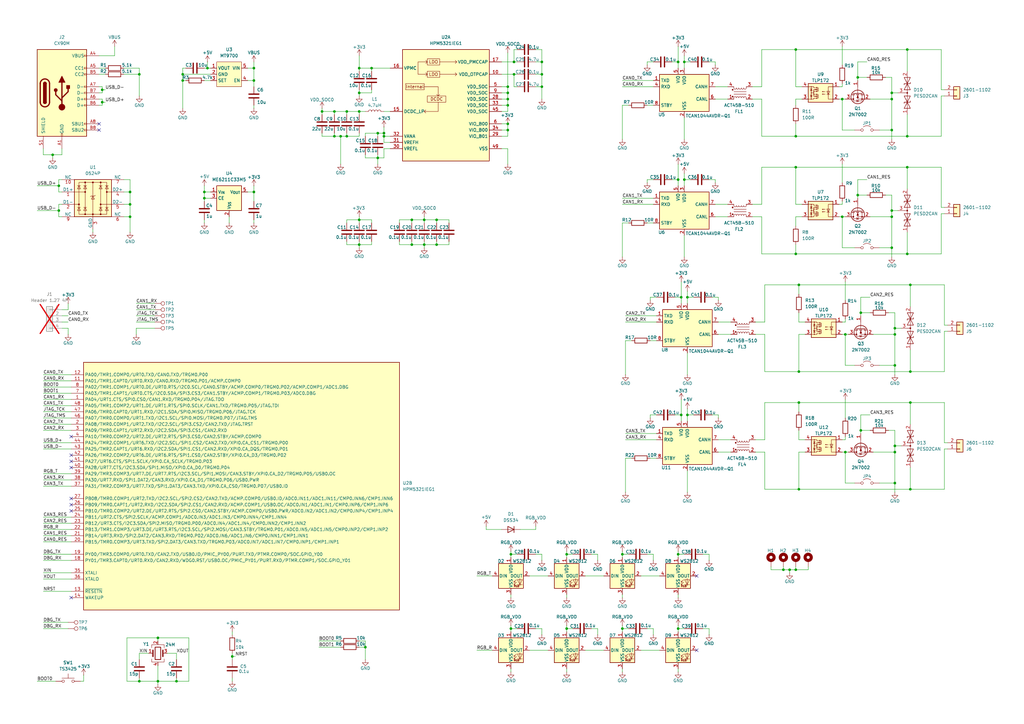
<source format=kicad_sch>
(kicad_sch (version 20231120) (generator "eeschema") (generator_version "8.0")
  (paper "A3")
  (junction (at 72.39 279.4))
  (junction (at 147.32 45.72))
  (junction (at 367.03 137.16))
  (junction (at 326.39 55.88))
  (junction (at 327.66 200.66))
  (junction (at 278.13 257.81))
  (junction (at 104.14 33.02))
  (junction (at 280.67 73.66))
  (junction (at 139.7 55.88))
  (junction (at 372.11 104.14))
  (junction (at 57.15 30.48))
  (junction (at 255.27 227.33))
  (junction (at 222.25 30.48))
  (junction (at 64.77 279.4))
  (junction (at 147.32 38.1))
  (junction (at 353.06 176.53))
  (junction (at 278.13 73.66))
  (junction (at 154.94 64.77))
  (junction (at 281.94 170.18))
  (junction (at 365.76 101.6))
  (junction (at 208.28 40.64))
  (junction (at 373.38 200.66))
  (junction (at 321.31 233.68))
  (junction (at 147.32 90.17))
  (junction (at 168.91 100.33))
  (junction (at 147.32 27.94))
  (junction (at 281.94 121.92))
  (junction (at 149.86 265.43))
  (junction (at 157.48 55.88))
  (junction (at 157.48 54.61))
  (junction (at 327.66 165.1))
  (junction (at 137.16 45.72))
  (junction (at 279.4 170.18))
  (junction (at 222.25 25.4))
  (junction (at 345.44 40.64))
  (junction (at 373.38 165.1))
  (junction (at 367.03 149.86))
  (junction (at 346.71 185.42))
  (junction (at 365.76 53.34))
  (junction (at 208.28 50.8))
  (junction (at 278.13 25.4))
  (junction (at 152.4 27.94))
  (junction (at 372.11 55.88))
  (junction (at 351.79 31.75))
  (junction (at 24.13 86.36))
  (junction (at 209.55 257.81))
  (junction (at 327.66 116.84))
  (junction (at 232.41 227.33))
  (junction (at 367.03 134.62))
  (junction (at 208.28 38.1))
  (junction (at 365.76 88.9))
  (junction (at 327.66 152.4))
  (junction (at 351.79 80.01))
  (junction (at 142.24 45.72))
  (junction (at 83.82 78.74))
  (junction (at 209.55 227.33))
  (junction (at 95.25 269.24))
  (junction (at 208.28 53.34))
  (junction (at 57.15 279.4))
  (junction (at 232.41 257.81))
  (junction (at 53.34 78.74))
  (junction (at 132.08 45.72))
  (junction (at 326.39 20.32))
  (junction (at 279.4 121.92))
  (junction (at 372.11 68.58))
  (junction (at 53.34 83.82))
  (junction (at 21.59 63.5))
  (junction (at 41.91 41.91))
  (junction (at 326.39 233.68))
  (junction (at 83.82 81.28))
  (junction (at 24.13 76.2))
  (junction (at 326.39 104.14))
  (junction (at 367.03 198.12))
  (junction (at 85.09 27.94))
  (junction (at 367.03 182.88))
  (junction (at 365.76 38.1))
  (junction (at 210.82 25.4))
  (junction (at 373.38 152.4))
  (junction (at 179.07 100.33))
  (junction (at 346.71 137.16))
  (junction (at 222.25 35.56))
  (junction (at 208.28 43.18))
  (junction (at 74.93 33.02))
  (junction (at 365.76 86.36))
  (junction (at 373.38 116.84))
  (junction (at 179.07 90.17))
  (junction (at 53.34 88.9))
  (junction (at 210.82 30.48))
  (junction (at 365.76 40.64))
  (junction (at 280.67 25.4))
  (junction (at 147.32 100.33))
  (junction (at 345.44 88.9))
  (junction (at 137.16 55.88))
  (junction (at 154.94 54.61))
  (junction (at 326.39 68.58))
  (junction (at 104.14 27.94))
  (junction (at 168.91 90.17))
  (junction (at 353.06 128.27))
  (junction (at 41.91 36.83))
  (junction (at 372.11 20.32))
  (junction (at 255.27 257.81))
  (junction (at 208.28 35.56))
  (junction (at 104.14 78.74))
  (junction (at 74.93 30.48))
  (junction (at 278.13 227.33))
  (junction (at 367.03 185.42))
  (junction (at 173.99 90.17))
  (junction (at 142.24 55.88))
  (junction (at 64.77 261.62))
  (junction (at 323.85 233.68))
  (junction (at 173.99 100.33))
  (no_connect (at 29.21 186.69))
  (no_connect (at 29.21 209.55))
  (no_connect (at 29.21 191.77))
  (no_connect (at 40.64 53.34))
  (no_connect (at 29.21 245.11))
  (no_connect (at 29.21 189.23))
  (no_connect (at 40.64 50.8))
  (no_connect (at 29.21 179.07))
  (no_connect (at 285.75 266.7))
  (no_connect (at 29.21 204.47))
  (no_connect (at 285.75 236.22))
  (no_connect (at 29.21 207.01))
  (wire (pts (xy 53.34 78.74) (xy 53.34 83.82)))
  (wire (pts (xy 327.66 116.84) (xy 327.66 120.65)))
  (wire (pts (xy 219.71 227.33) (xy 222.25 227.33)))
  (wire (pts (xy 326.39 20.32) (xy 326.39 35.56)))
  (wire (pts (xy 292.1 170.18) (xy 294.64 170.18)))
  (wire (pts (xy 147.32 262.89) (xy 149.86 262.89)))
  (wire (pts (xy 356.87 88.9) (xy 365.76 88.9)))
  (wire (pts (xy 173.99 100.33) (xy 179.07 100.33)))
  (wire (pts (xy 345.44 53.34) (xy 345.44 40.64)))
  (wire (pts (xy 160.02 60.96) (xy 157.48 60.96)))
  (wire (pts (xy 199.39 215.9) (xy 199.39 217.17)))
  (wire (pts (xy 313.69 185.42) (xy 313.69 200.66)))
  (wire (pts (xy 142.24 45.72) (xy 142.24 46.99)))
  (wire (pts (xy 345.44 67.31) (xy 345.44 74.93)))
  (wire (pts (xy 17.78 161.29) (xy 29.21 161.29)))
  (wire (pts (xy 387.35 165.1) (xy 373.38 165.1)))
  (wire (pts (xy 346.71 149.86) (xy 350.52 149.86)))
  (wire (pts (xy 53.34 88.9) (xy 53.34 95.25)))
  (wire (pts (xy 50.8 27.94) (xy 57.15 27.94)))
  (wire (pts (xy 351.79 80.01) (xy 355.6 80.01)))
  (wire (pts (xy 17.78 173.99) (xy 29.21 173.99)))
  (wire (pts (xy 208.28 50.8) (xy 208.28 53.34)))
  (wire (pts (xy 25.4 78.74) (xy 24.13 78.74)))
  (wire (pts (xy 173.99 100.33) (xy 173.99 101.6)))
  (wire (pts (xy 308.61 35.56) (xy 312.42 35.56)))
  (wire (pts (xy 152.4 90.17) (xy 152.4 91.44)))
  (wire (pts (xy 232.41 227.33) (xy 232.41 228.6)))
  (wire (pts (xy 163.83 99.06) (xy 163.83 100.33)))
  (wire (pts (xy 266.7 139.7) (xy 269.24 139.7)))
  (wire (pts (xy 327.66 165.1) (xy 373.38 165.1)))
  (wire (pts (xy 24.13 76.2) (xy 24.13 78.74)))
  (wire (pts (xy 367.03 182.88) (xy 367.03 185.42)))
  (wire (pts (xy 205.74 35.56) (xy 208.28 35.56)))
  (wire (pts (xy 346.71 130.81) (xy 346.71 132.08)))
  (wire (pts (xy 63.5 134.62) (xy 55.88 134.62)))
  (wire (pts (xy 142.24 99.06) (xy 142.24 100.33)))
  (wire (pts (xy 24.13 88.9) (xy 24.13 86.36)))
  (wire (pts (xy 15.24 86.36) (xy 24.13 86.36)))
  (wire (pts (xy 17.78 168.91) (xy 29.21 168.91)))
  (wire (pts (xy 179.07 90.17) (xy 184.15 90.17)))
  (wire (pts (xy 280.67 25.4) (xy 280.67 27.94)))
  (wire (pts (xy 387.35 36.83) (xy 386.08 36.83)))
  (wire (pts (xy 152.4 27.94) (xy 152.4 29.21)))
  (wire (pts (xy 280.67 96.52) (xy 280.67 105.41)))
  (wire (pts (xy 209.55 243.84) (xy 209.55 245.11)))
  (wire (pts (xy 95.25 269.24) (xy 95.25 270.51)))
  (wire (pts (xy 365.76 38.1) (xy 365.76 40.64)))
  (wire (pts (xy 265.43 91.44) (xy 267.97 91.44)))
  (wire (pts (xy 265.43 25.4) (xy 265.43 26.67)))
  (wire (pts (xy 205.74 25.4) (xy 210.82 25.4)))
  (wire (pts (xy 387.35 135.89) (xy 387.35 152.4)))
  (wire (pts (xy 205.74 45.72) (xy 208.28 45.72)))
  (wire (pts (xy 17.78 163.83) (xy 29.21 163.83)))
  (wire (pts (xy 245.11 257.81) (xy 245.11 260.35)))
  (wire (pts (xy 179.07 90.17) (xy 179.07 91.44)))
  (wire (pts (xy 369.57 134.62) (xy 367.03 134.62)))
  (wire (pts (xy 147.32 27.94) (xy 147.32 29.21)))
  (wire (pts (xy 368.3 38.1) (xy 365.76 38.1)))
  (wire (pts (xy 355.6 25.4) (xy 351.79 25.4)))
  (wire (pts (xy 256.54 132.08) (xy 269.24 132.08)))
  (wire (pts (xy 312.42 55.88) (xy 326.39 55.88)))
  (wire (pts (xy 278.13 257.81) (xy 278.13 259.08)))
  (wire (pts (xy 147.32 38.1) (xy 152.4 38.1)))
  (wire (pts (xy 345.44 101.6) (xy 350.52 101.6)))
  (wire (pts (xy 276.86 170.18) (xy 279.4 170.18)))
  (wire (pts (xy 104.14 33.02) (xy 104.14 35.56)))
  (wire (pts (xy 147.32 100.33) (xy 152.4 100.33)))
  (wire (pts (xy 40.64 35.56) (xy 41.91 35.56)))
  (wire (pts (xy 149.86 64.77) (xy 154.94 64.77)))
  (wire (pts (xy 55.88 124.46) (xy 63.5 124.46)))
  (wire (pts (xy 15.24 279.4) (xy 22.86 279.4)))
  (wire (pts (xy 278.13 25.4) (xy 278.13 27.94)))
  (wire (pts (xy 83.82 81.28) (xy 83.82 78.74)))
  (wire (pts (xy 386.08 55.88) (xy 372.11 55.88)))
  (wire (pts (xy 313.69 200.66) (xy 327.66 200.66)))
  (wire (pts (xy 278.13 257.81) (xy 280.67 257.81)))
  (wire (pts (xy 137.16 55.88) (xy 132.08 55.88)))
  (wire (pts (xy 55.88 134.62) (xy 55.88 137.16)))
  (wire (pts (xy 266.7 121.92) (xy 266.7 123.19)))
  (wire (pts (xy 83.82 78.74) (xy 86.36 78.74)))
  (wire (pts (xy 205.74 38.1) (xy 208.28 38.1)))
  (wire (pts (xy 152.4 100.33) (xy 152.4 99.06)))
  (wire (pts (xy 386.08 87.63) (xy 386.08 104.14)))
  (wire (pts (xy 281.94 121.92) (xy 281.94 124.46)))
  (wire (pts (xy 326.39 50.8) (xy 326.39 55.88)))
  (wire (pts (xy 387.35 200.66) (xy 373.38 200.66)))
  (wire (pts (xy 83.82 90.17) (xy 83.82 91.44)))
  (wire (pts (xy 242.57 227.33) (xy 245.11 227.33)))
  (wire (pts (xy 293.37 40.64) (xy 298.45 40.64)))
  (wire (pts (xy 17.78 222.25) (xy 29.21 222.25)))
  (wire (pts (xy 50.8 30.48) (xy 57.15 30.48)))
  (wire (pts (xy 86.36 30.48) (xy 74.93 30.48)))
  (wire (pts (xy 147.32 45.72) (xy 147.32 46.99)))
  (wire (pts (xy 57.15 30.48) (xy 57.15 39.37)))
  (wire (pts (xy 367.03 198.12) (xy 367.03 201.93)))
  (wire (pts (xy 25.4 132.08) (xy 27.94 132.08)))
  (wire (pts (xy 312.42 20.32) (xy 326.39 20.32)))
  (wire (pts (xy 267.97 227.33) (xy 267.97 229.87)))
  (wire (pts (xy 95.25 267.97) (xy 95.25 269.24)))
  (wire (pts (xy 217.17 236.22) (xy 224.79 236.22)))
  (wire (pts (xy 41.91 36.83) (xy 41.91 38.1)))
  (wire (pts (xy 387.35 87.63) (xy 386.08 87.63)))
  (wire (pts (xy 312.42 88.9) (xy 312.42 104.14)))
  (wire (pts (xy 149.86 265.43) (xy 149.86 270.51)))
  (wire (pts (xy 142.24 100.33) (xy 147.32 100.33)))
  (wire (pts (xy 367.03 149.86) (xy 367.03 153.67)))
  (wire (pts (xy 147.32 54.61) (xy 147.32 55.88)))
  (wire (pts (xy 147.32 265.43) (xy 149.86 265.43)))
  (wire (pts (xy 147.32 38.1) (xy 147.32 39.37)))
  (wire (pts (xy 281.94 170.18) (xy 281.94 172.72)))
  (wire (pts (xy 93.98 88.9) (xy 93.98 91.44)))
  (wire (pts (xy 281.94 119.38) (xy 281.94 121.92)))
  (wire (pts (xy 386.08 39.37) (xy 386.08 55.88)))
  (wire (pts (xy 259.08 139.7) (xy 256.54 139.7)))
  (wire (pts (xy 255.27 227.33) (xy 257.81 227.33)))
  (wire (pts (xy 313.69 116.84) (xy 313.69 132.08)))
  (wire (pts (xy 86.36 27.94) (xy 85.09 27.94)))
  (wire (pts (xy 50.8 78.74) (xy 53.34 78.74)))
  (wire (pts (xy 327.66 132.08) (xy 327.66 128.27)))
  (wire (pts (xy 294.64 132.08) (xy 299.72 132.08)))
  (wire (pts (xy 278.13 227.33) (xy 280.67 227.33)))
  (wire (pts (xy 195.58 266.7) (xy 201.93 266.7)))
  (wire (pts (xy 74.93 33.02) (xy 76.2 33.02)))
  (wire (pts (xy 17.78 60.96) (xy 17.78 63.5)))
  (wire (pts (xy 57.15 27.94) (xy 57.15 30.48)))
  (wire (pts (xy 17.78 219.71) (xy 29.21 219.71)))
  (wire (pts (xy 212.09 20.32) (xy 210.82 20.32)))
  (wire (pts (xy 360.68 198.12) (xy 367.03 198.12)))
  (wire (pts (xy 195.58 236.22) (xy 201.93 236.22)))
  (wire (pts (xy 219.71 25.4) (xy 222.25 25.4)))
  (wire (pts (xy 57.15 267.97) (xy 60.96 267.97)))
  (wire (pts (xy 326.39 100.33) (xy 326.39 104.14)))
  (wire (pts (xy 157.48 60.96) (xy 157.48 64.77)))
  (wire (pts (xy 168.91 90.17) (xy 168.91 91.44)))
  (wire (pts (xy 256.54 139.7) (xy 256.54 153.67)))
  (wire (pts (xy 77.47 261.62) (xy 77.47 279.4)))
  (wire (pts (xy 104.14 33.02) (xy 104.14 27.94)))
  (wire (pts (xy 346.71 198.12) (xy 346.71 185.42)))
  (wire (pts (xy 222.25 35.56) (xy 222.25 40.64)))
  (wire (pts (xy 367.03 176.53) (xy 367.03 182.88)))
  (wire (pts (xy 288.29 227.33) (xy 290.83 227.33)))
  (wire (pts (xy 255.27 33.02) (xy 267.97 33.02)))
  (wire (pts (xy 85.09 25.4) (xy 85.09 27.94)))
  (wire (pts (xy 217.17 266.7) (xy 224.79 266.7)))
  (wire (pts (xy 326.39 40.64) (xy 326.39 43.18)))
  (wire (pts (xy 154.94 64.77) (xy 154.94 67.31)))
  (wire (pts (xy 24.13 73.66) (xy 25.4 73.66)))
  (wire (pts (xy 38.1 93.98) (xy 38.1 95.25)))
  (wire (pts (xy 27.94 134.62) (xy 27.94 137.16)))
  (wire (pts (xy 312.42 68.58) (xy 326.39 68.58)))
  (wire (pts (xy 15.24 76.2) (xy 24.13 76.2)))
  (wire (pts (xy 278.13 67.31) (xy 278.13 73.66)))
  (wire (pts (xy 275.59 25.4) (xy 278.13 25.4)))
  (wire (pts (xy 142.24 90.17) (xy 147.32 90.17)))
  (wire (pts (xy 17.78 176.53) (xy 29.21 176.53)))
  (wire (pts (xy 356.87 121.92) (xy 353.06 121.92)))
  (wire (pts (xy 328.93 83.82) (xy 326.39 83.82)))
  (wire (pts (xy 17.78 184.15) (xy 29.21 184.15)))
  (wire (pts (xy 330.2 180.34) (xy 327.66 180.34)))
  (wire (pts (xy 255.27 43.18) (xy 255.27 57.15)))
  (wire (pts (xy 363.22 80.01) (xy 365.76 80.01)))
  (wire (pts (xy 41.91 43.18) (xy 40.64 43.18)))
  (wire (pts (xy 255.27 35.56) (xy 267.97 35.56)))
  (wire (pts (xy 388.62 133.35) (xy 387.35 133.35)))
  (wire (pts (xy 346.71 40.64) (xy 345.44 40.64)))
  (wire (pts (xy 17.78 199.39) (xy 29.21 199.39)))
  (wire (pts (xy 208.28 38.1) (xy 208.28 40.64)))
  (wire (pts (xy 262.89 236.22) (xy 270.51 236.22)))
  (wire (pts (xy 368.3 86.36) (xy 365.76 86.36)))
  (wire (pts (xy 142.24 91.44) (xy 142.24 90.17)))
  (wire (pts (xy 41.91 36.83) (xy 43.18 36.83)))
  (wire (pts (xy 52.07 279.4) (xy 57.15 279.4)))
  (wire (pts (xy 64.77 262.89) (xy 64.77 261.62)))
  (wire (pts (xy 157.48 45.72) (xy 160.02 45.72)))
  (wire (pts (xy 265.43 227.33) (xy 267.97 227.33)))
  (wire (pts (xy 232.41 226.06) (xy 232.41 227.33)))
  (wire (pts (xy 280.67 25.4) (xy 283.21 25.4)))
  (wire (pts (xy 256.54 177.8) (xy 269.24 177.8)))
  (wire (pts (xy 255.27 226.06) (xy 255.27 227.33)))
  (wire (pts (xy 346.71 163.83) (xy 346.71 171.45)))
  (wire (pts (xy 269.24 121.92) (xy 266.7 121.92)))
  (wire (pts (xy 308.61 83.82) (xy 312.42 83.82)))
  (wire (pts (xy 17.78 257.81) (xy 27.94 257.81)))
  (wire (pts (xy 212.09 35.56) (xy 210.82 35.56)))
  (wire (pts (xy 64.77 279.4) (xy 72.39 279.4)))
  (wire (pts (xy 350.52 53.34) (xy 345.44 53.34)))
  (wire (pts (xy 372.11 95.25) (xy 372.11 104.14)))
  (wire (pts (xy 147.32 45.72) (xy 149.86 45.72)))
  (wire (pts (xy 40.64 22.86) (xy 46.99 22.86)))
  (wire (pts (xy 308.61 40.64) (xy 312.42 40.64)))
  (wire (pts (xy 280.67 48.26) (xy 280.67 57.15)))
  (wire (pts (xy 209.55 227.33) (xy 212.09 227.33)))
  (wire (pts (xy 205.74 43.18) (xy 208.28 43.18)))
  (wire (pts (xy 142.24 54.61) (xy 142.24 55.88)))
  (wire (pts (xy 222.25 227.33) (xy 222.25 229.87)))
  (wire (pts (xy 157.48 55.88) (xy 157.48 58.42)))
  (wire (pts (xy 365.76 31.75) (xy 365.76 38.1)))
  (wire (pts (xy 326.39 68.58) (xy 326.39 83.82)))
  (wire (pts (xy 101.6 33.02) (xy 104.14 33.02)))
  (wire (pts (xy 312.42 40.64) (xy 312.42 55.88)))
  (wire (pts (xy 208.28 60.96) (xy 208.28 67.31)))
  (wire (pts (xy 313.69 165.1) (xy 313.69 180.34)))
  (wire (pts (xy 74.93 27.94) (xy 74.93 30.48)))
  (wire (pts (xy 326.39 20.32) (xy 372.11 20.32)))
  (wire (pts (xy 265.43 257.81) (xy 267.97 257.81)))
  (wire (pts (xy 232.41 256.54) (xy 232.41 257.81)))
  (wire (pts (xy 132.08 45.72) (xy 137.16 45.72)))
  (wire (pts (xy 345.44 19.05) (xy 345.44 26.67)))
  (wire (pts (xy 222.25 257.81) (xy 222.25 260.35)))
  (wire (pts (xy 280.67 73.66) (xy 283.21 73.66)))
  (wire (pts (xy 345.44 34.29) (xy 345.44 35.56)))
  (wire (pts (xy 278.13 226.06) (xy 278.13 227.33)))
  (wire (pts (xy 278.13 227.33) (xy 278.13 228.6)))
  (wire (pts (xy 52.07 261.62) (xy 52.07 279.4)))
  (wire (pts (xy 163.83 90.17) (xy 168.91 90.17)))
  (wire (pts (xy 101.6 78.74) (xy 104.14 78.74)))
  (wire (pts (xy 64.77 261.62) (xy 52.07 261.62)))
  (wire (pts (xy 328.93 88.9) (xy 326.39 88.9)))
  (wire (pts (xy 137.16 45.72) (xy 137.16 46.99)))
  (wire (pts (xy 372.11 20.32) (xy 372.11 29.21)))
  (wire (pts (xy 312.42 20.32) (xy 312.42 35.56)))
  (wire (pts (xy 55.88 127) (xy 63.5 127)))
  (wire (pts (xy 316.23 232.41) (xy 316.23 233.68)))
  (wire (pts (xy 205.74 30.48) (xy 210.82 30.48)))
  (wire (pts (xy 255.27 257.81) (xy 255.27 259.08)))
  (wire (pts (xy 149.86 54.61) (xy 154.94 54.61)))
  (wire (pts (xy 267.97 25.4) (xy 265.43 25.4)))
  (wire (pts (xy 173.99 90.17) (xy 173.99 91.44)))
  (wire (pts (xy 74.93 33.02) (xy 74.93 44.45)))
  (wire (pts (xy 373.38 165.1) (xy 373.38 173.99)))
  (wire (pts (xy 290.83 25.4) (xy 293.37 25.4)))
  (wire (pts (xy 83.82 81.28) (xy 83.82 82.55)))
  (wire (pts (xy 294.64 137.16) (xy 299.72 137.16)))
  (wire (pts (xy 294.64 180.34) (xy 299.72 180.34)))
  (wire (pts (xy 326.39 88.9) (xy 326.39 92.71)))
  (wire (pts (xy 149.86 63.5) (xy 149.86 64.77)))
  (wire (pts (xy 353.06 176.53) (xy 353.06 177.8)))
  (wire (pts (xy 83.82 33.02) (xy 86.36 33.02)))
  (wire (pts (xy 364.49 176.53) (xy 367.03 176.53)))
  (wire (pts (xy 281.94 170.18) (xy 284.48 170.18)))
  (wire (pts (xy 17.78 227.33) (xy 29.21 227.33)))
  (wire (pts (xy 160.02 27.94) (xy 152.4 27.94)))
  (wire (pts (xy 326.39 232.41) (xy 326.39 233.68)))
  (wire (pts (xy 219.71 35.56) (xy 222.25 35.56)))
  (wire (pts (xy 267.97 257.81) (xy 267.97 260.35)))
  (wire (pts (xy 208.28 35.56) (xy 208.28 38.1)))
  (wire (pts (xy 46.99 19.05) (xy 46.99 22.86)))
  (wire (pts (xy 278.13 19.05) (xy 278.13 25.4)))
  (wire (pts (xy 346.71 149.86) (xy 346.71 137.16)))
  (wire (pts (xy 104.14 43.18) (xy 104.14 44.45)))
  (wire (pts (xy 360.68 149.86) (xy 367.03 149.86)))
  (wire (pts (xy 17.78 217.17) (xy 29.21 217.17)))
  (wire (pts (xy 17.78 63.5) (xy 21.59 63.5)))
  (wire (pts (xy 34.29 276.86) (xy 34.29 279.4)))
  (wire (pts (xy 147.32 90.17) (xy 147.32 91.44)))
  (wire (pts (xy 386.08 20.32) (xy 372.11 20.32)))
  (wire (pts (xy 184.15 100.33) (xy 184.15 99.06)))
  (wire (pts (xy 278.13 73.66) (xy 278.13 76.2)))
  (wire (pts (xy 365.76 101.6) (xy 365.76 105.41)))
  (wire (pts (xy 345.44 88.9) (xy 344.17 88.9)))
  (wire (pts (xy 372.11 46.99) (xy 372.11 55.88)))
  (wire (pts (xy 327.66 185.42) (xy 327.66 200.66)))
  (wire (pts (xy 57.15 267.97) (xy 57.15 270.51)))
  (wire (pts (xy 346.71 185.42) (xy 345.44 185.42)))
  (wire (pts (xy 132.08 55.88) (xy 132.08 54.61)))
  (wire (pts (xy 387.35 116.84) (xy 373.38 116.84)))
  (wire (pts (xy 157.48 52.07) (xy 157.48 54.61)))
  (wire (pts (xy 280.67 73.66) (xy 280.67 76.2)))
  (wire (pts (xy 232.41 243.84) (xy 232.41 245.11)))
  (wire (pts (xy 232.41 257.81) (xy 234.95 257.81)))
  (wire (pts (xy 356.87 40.64) (xy 365.76 40.64)))
  (wire (pts (xy 309.88 132.08) (xy 313.69 132.08)))
  (wire (pts (xy 386.08 68.58) (xy 372.11 68.58)))
  (wire (pts (xy 24.13 83.82) (xy 25.4 83.82)))
  (wire (pts (xy 104.14 76.2) (xy 104.14 78.74)))
  (wire (pts (xy 331.47 233.68) (xy 331.47 232.41)))
  (wire (pts (xy 386.08 36.83) (xy 386.08 20.32)))
  (wire (pts (xy 240.03 266.7) (xy 247.65 266.7)))
  (wire (pts (xy 345.44 82.55) (xy 345.44 83.82)))
  (wire (pts (xy 163.83 100.33) (xy 168.91 100.33)))
  (wire (pts (xy 269.24 170.18) (xy 266.7 170.18)))
  (wire (pts (xy 293.37 88.9) (xy 298.45 88.9)))
  (wire (pts (xy 345.44 180.34) (xy 346.71 180.34)))
  (wire (pts (xy 365.76 88.9) (xy 365.76 101.6)))
  (wire (pts (xy 326.39 233.68) (xy 331.47 233.68)))
  (wire (pts (xy 346.71 88.9) (xy 345.44 88.9)))
  (wire (pts (xy 147.32 36.83) (xy 147.32 38.1)))
  (wire (pts (xy 137.16 45.72) (xy 142.24 45.72)))
  (wire (pts (xy 327.66 200.66) (xy 373.38 200.66)))
  (wire (pts (xy 41.91 38.1) (xy 40.64 38.1)))
  (wire (pts (xy 293.37 35.56) (xy 298.45 35.56)))
  (wire (pts (xy 209.55 226.06) (xy 209.55 227.33)))
  (wire (pts (xy 50.8 88.9) (xy 53.34 88.9)))
  (wire (pts (xy 17.78 194.31) (xy 29.21 194.31)))
  (wire (pts (xy 290.83 73.66) (xy 293.37 73.66)))
  (wire (pts (xy 255.27 243.84) (xy 255.27 245.11)))
  (wire (pts (xy 360.68 53.34) (xy 365.76 53.34)))
  (wire (pts (xy 219.71 257.81) (xy 222.25 257.81)))
  (wire (pts (xy 95.25 269.24) (xy 96.52 269.24)))
  (wire (pts (xy 351.79 80.01) (xy 351.79 81.28)))
  (wire (pts (xy 85.09 27.94) (xy 83.82 27.94)))
  (wire (pts (xy 205.74 50.8) (xy 208.28 50.8)))
  (wire (pts (xy 387.35 184.15) (xy 387.35 200.66)))
  (wire (pts (xy 387.35 133.35) (xy 387.35 116.84)))
  (wire (pts (xy 262.89 266.7) (xy 270.51 266.7)))
  (wire (pts (xy 74.93 30.48) (xy 74.93 33.02)))
  (wire (pts (xy 173.99 99.06) (xy 173.99 100.33)))
  (wire (pts (xy 137.16 54.61) (xy 137.16 55.88)))
  (wire (pts (xy 358.14 137.16) (xy 367.03 137.16)))
  (wire (pts (xy 367.03 137.16) (xy 367.03 149.86)))
  (wire (pts (xy 255.27 81.28) (xy 267.97 81.28)))
  (wire (pts (xy 219.71 217.17) (xy 219.71 215.9)))
  (wire (pts (xy 367.03 134.62) (xy 367.03 137.16)))
  (wire (pts (xy 388.62 181.61) (xy 387.35 181.61)))
  (wire (pts (xy 53.34 83.82) (xy 53.34 88.9)))
  (wire (pts (xy 147.32 27.94) (xy 152.4 27.94)))
  (wire (pts (xy 293.37 83.82) (xy 298.45 83.82)))
  (wire (pts (xy 351.79 73.66) (xy 351.79 80.01)))
  (wire (pts (xy 275.59 73.66) (xy 278.13 73.66)))
  (wire (pts (xy 24.13 76.2) (xy 24.13 73.66)))
  (wire (pts (xy 290.83 257.81) (xy 290.83 260.35)))
  (wire (pts (xy 288.29 257.81) (xy 290.83 257.81)))
  (wire (pts (xy 294.64 170.18) (xy 294.64 171.45)))
  (wire (pts (xy 64.77 279.4) (xy 64.77 280.67)))
  (wire (pts (xy 17.78 158.75) (xy 29.21 158.75)))
  (wire (pts (xy 17.78 171.45) (xy 29.21 171.45)))
  (wire (pts (xy 256.54 180.34) (xy 269.24 180.34)))
  (wire (pts (xy 163.83 91.44) (xy 163.83 90.17)))
  (wire (pts (xy 104.14 27.94) (xy 101.6 27.94)))
  (wire (pts (xy 209.55 257.81) (xy 209.55 259.08)))
  (wire (pts (xy 168.91 100.33) (xy 173.99 100.33)))
  (wire (pts (xy 57.15 279.4) (xy 64.77 279.4)))
  (wire (pts (xy 266.7 187.96) (xy 269.24 187.96)))
  (wire (pts (xy 281.94 144.78) (xy 281.94 153.67)))
  (wire (pts (xy 255.27 257.81) (xy 257.81 257.81)))
  (wire (pts (xy 64.77 273.05) (xy 64.77 279.4)))
  (wire (pts (xy 205.74 40.64) (xy 208.28 40.64)))
  (wire (pts (xy 40.64 40.64) (xy 41.91 40.64)))
  (wire (pts (xy 327.66 152.4) (xy 373.38 152.4)))
  (wire (pts (xy 344.17 83.82) (xy 345.44 83.82)))
  (wire (pts (xy 132.08 44.45) (xy 132.08 45.72)))
  (wire (pts (xy 245.11 227.33) (xy 245.11 229.87)))
  (wire (pts (xy 242.57 257.81) (xy 245.11 257.81)))
  (wire (pts (xy 257.81 43.18) (xy 255.27 43.18)))
  (wire (pts (xy 25.4 63.5) (xy 25.4 60.96)))
  (wire (pts (xy 154.94 54.61) (xy 157.48 54.61)))
  (wire (pts (xy 173.99 90.17) (xy 179.07 90.17)))
  (wire (pts (xy 276.86 121.92) (xy 279.4 121.92)))
  (wire (pts (xy 280.67 22.86) (xy 280.67 25.4)))
  (wire (pts (xy 240.03 236.22) (xy 247.65 236.22)))
  (wire (pts (xy 86.36 81.28) (xy 83.82 81.28)))
  (wire (pts (xy 232.41 227.33) (xy 234.95 227.33)))
  (wire (pts (xy 355.6 73.66) (xy 351.79 73.66)))
  (wire (pts (xy 149.86 262.89) (xy 149.86 265.43)))
  (wire (pts (xy 208.28 21.59) (xy 208.28 35.56)))
  (wire (pts (xy 388.62 135.89) (xy 387.35 135.89)))
  (wire (pts (xy 157.48 55.88) (xy 160.02 55.88)))
  (wire (pts (xy 321.31 232.41) (xy 321.31 233.68)))
  (wire (pts (xy 95.25 259.08) (xy 95.25 260.35)))
  (wire (pts (xy 327.66 165.1) (xy 327.66 168.91)))
  (wire (pts (xy 17.78 212.09) (xy 29.21 212.09)))
  (wire (pts (xy 95.25 278.13) (xy 95.25 279.4)))
  (wire (pts (xy 157.48 54.61) (xy 157.48 55.88)))
  (wire (pts (xy 213.36 217.17) (xy 219.71 217.17)))
  (wire (pts (xy 25.4 88.9) (xy 24.13 88.9)))
  (wire (pts (xy 147.32 55.88) (xy 142.24 55.88)))
  (wire (pts (xy 312.42 104.14) (xy 326.39 104.14)))
  (wire (pts (xy 154.94 54.61) (xy 154.94 55.88)))
  (wire (pts (xy 308.61 88.9) (xy 312.42 88.9)))
  (wire (pts (xy 210.82 20.32) (xy 210.82 25.4)))
  (wire (pts (xy 50.8 83.82) (xy 53.34 83.82)))
  (wire (pts (xy 365.76 80.01) (xy 365.76 86.36)))
  (wire (pts (xy 351.79 25.4) (xy 351.79 31.75)))
  (wire (pts (xy 40.64 27.94) (xy 43.18 27.94)))
  (wire (pts (xy 55.88 129.54) (xy 63.5 129.54)))
  (wire (pts (xy 41.91 41.91) (xy 41.91 43.18)))
  (wire (pts (xy 278.13 274.32) (xy 278.13 275.59)))
  (wire (pts (xy 278.13 243.84) (xy 278.13 245.11)))
  (wire (pts (xy 53.34 73.66) (xy 53.34 78.74)))
  (wire (pts (xy 208.28 40.64) (xy 208.28 43.18)))
  (wire (pts (xy 17.78 156.21) (xy 29.21 156.21)))
  (wire (pts (xy 154.94 64.77) (xy 157.48 64.77)))
  (wire (pts (xy 256.54 129.54) (xy 269.24 129.54)))
  (wire (pts (xy 281.94 121.92) (xy 284.48 121.92)))
  (wire (pts (xy 142.24 55.88) (xy 139.7 55.88)))
  (wire (pts (xy 309.88 185.42) (xy 313.69 185.42)))
  (wire (pts (xy 149.86 55.88) (xy 149.86 54.61)))
  (wire (pts (xy 279.4 121.92) (xy 279.4 124.46)))
  (wire (pts (xy 266.7 170.18) (xy 266.7 171.45)))
  (wire (pts (xy 255.27 256.54) (xy 255.27 257.81)))
  (wire (pts (xy 179.07 100.33) (xy 184.15 100.33)))
  (wire (pts (xy 372.11 68.58) (xy 372.11 77.47)))
  (wire (pts (xy 184.15 90.17) (xy 184.15 91.44)))
  (wire (pts (xy 17.78 237.49) (xy 29.21 237.49)))
  (wire (pts (xy 321.31 233.68) (xy 323.85 233.68)))
  (wire (pts (xy 373.38 191.77) (xy 373.38 200.66)))
  (wire (pts (xy 68.58 267.97) (xy 72.39 267.97)))
  (wire (pts (xy 330.2 137.16) (xy 327.66 137.16)))
  (wire (pts (xy 323.85 233.68) (xy 323.85 234.95)))
  (wire (pts (xy 328.93 35.56) (xy 326.39 35.56)))
  (wire (pts (xy 17.78 196.85) (xy 29.21 196.85)))
  (wire (pts (xy 209.55 256.54) (xy 209.55 257.81)))
  (wire (pts (xy 351.79 31.75) (xy 351.79 33.02)))
  (wire (pts (xy 387.35 181.61) (xy 387.35 165.1)))
  (wire (pts (xy 326.39 104.14) (xy 372.11 104.14)))
  (wire (pts (xy 326.39 68.58) (xy 372.11 68.58)))
  (wire (pts (xy 147.32 22.86) (xy 147.32 27.94)))
  (wire (pts (xy 222.25 30.48) (xy 222.25 35.56)))
  (wire (pts (xy 179.07 99.06) (xy 179.07 100.33)))
  (wire (pts (xy 139.7 55.88) (xy 137.16 55.88)))
  (wire (pts (xy 313.69 116.84) (xy 327.66 116.84)))
  (wire (pts (xy 208.28 53.34) (xy 208.28 55.88)))
  (wire (pts (xy 255.27 83.82) (xy 267.97 83.82)))
  (wire (pts (xy 316.23 233.68) (xy 321.31 233.68)))
  (wire (pts (xy 64.77 261.62) (xy 77.47 261.62)))
  (wire (pts (xy 21.59 63.5) (xy 25.4 63.5)))
  (wire (pts (xy 208.28 43.18) (xy 208.28 45.72)))
  (wire (pts (xy 152.4 38.1) (xy 152.4 36.83)))
  (wire (pts (xy 387.35 85.09) (xy 386.08 85.09)))
  (wire (pts (xy 353.06 121.92) (xy 353.06 128.27)))
  (wire (pts (xy 293.37 73.66) (xy 293.37 74.93)))
  (wire (pts (xy 292.1 121.92) (xy 294.64 121.92)))
  (wire (pts (xy 205.74 60.96) (xy 208.28 60.96)))
  (wire (pts (xy 259.08 187.96) (xy 256.54 187.96)))
  (wire (pts (xy 326.39 55.88) (xy 372.11 55.88)))
  (wire (pts (xy 147.32 99.06) (xy 147.32 100.33)))
  (wire (pts (xy 209.55 227.33) (xy 209.55 228.6)))
  (wire (pts (xy 34.29 279.4) (xy 33.02 279.4)))
  (wire (pts (xy 222.25 20.32) (xy 222.25 25.4)))
  (wire (pts (xy 255.27 227.33) (xy 255.27 228.6)))
  (wire (pts (xy 312.42 68.58) (xy 312.42 83.82)))
  (wire (pts (xy 347.98 137.16) (xy 346.71 137.16)))
  (wire (pts (xy 327.66 116.84) (xy 373.38 116.84)))
  (wire (pts (xy 353.06 176.53) (xy 356.87 176.53)))
  (wire (pts (xy 358.14 185.42) (xy 367.03 185.42)))
  (wire (pts (xy 17.78 181.61) (xy 29.21 181.61)))
  (wire (pts (xy 367.03 128.27) (xy 367.03 134.62)))
  (wire (pts (xy 265.43 73.66) (xy 265.43 74.93)))
  (wire (pts (xy 104.14 25.4) (xy 104.14 27.94)))
  (wire (pts (xy 328.93 40.64) (xy 326.39 40.64)))
  (wire (pts (xy 346.71 198.12) (xy 350.52 198.12)))
  (wire (pts (xy 147.32 88.9) (xy 147.32 90.17)))
  (wire (pts (xy 265.43 43.18) (xy 267.97 43.18)))
  (wire (pts (xy 387.35 39.37) (xy 386.08 39.37)))
  (wire (pts (xy 25.4 134.62) (xy 27.94 134.62)))
  (wire (pts (xy 17.78 153.67) (xy 29.21 153.67)))
  (wire (pts (xy 386.08 85.09) (xy 386.08 68.58)))
  (wire (pts (xy 293.37 25.4) (xy 293.37 26.67)))
  (wire (pts (xy 209.55 274.32) (xy 209.55 275.59)))
  (wire (pts (xy 279.4 115.57) (xy 279.4 121.92)))
  (wire (pts (xy 72.39 279.4) (xy 72.39 278.13)))
  (wire (pts (xy 104.14 78.74) (xy 104.14 82.55)))
  (wire (pts (xy 323.85 233.68) (xy 326.39 233.68)))
  (wire (pts (xy 281.94 193.04) (xy 281.94 201.93)))
  (wire (pts (xy 360.68 101.6) (xy 365.76 101.6)))
  (wire (pts (xy 256.54 187.96) (xy 256.54 201.93)))
  (wire (pts (xy 17.78 255.27) (xy 27.94 255.27)))
  (wire (pts (xy 364.49 128.27) (xy 367.03 128.27)))
  (wire (pts (xy 17.78 214.63) (xy 29.21 214.63)))
  (wire (pts (xy 210.82 30.48) (xy 212.09 30.48)))
  (wire (pts (xy 313.69 137.16) (xy 313.69 152.4)))
  (wire (pts (xy 386.08 104.14) (xy 372.11 104.14)))
  (wire (pts (xy 330.2 132.08) (xy 327.66 132.08)))
  (wire (pts (xy 387.35 152.4) (xy 373.38 152.4)))
  (wire (pts (xy 160.02 58.42) (xy 157.48 58.42)))
  (wire (pts (xy 41.91 35.56) (xy 41.91 36.83)))
  (wire (pts (xy 309.88 180.34) (xy 313.69 180.34)))
  (wire (pts (xy 130.81 262.89) (xy 139.7 262.89)))
  (wire (pts (xy 219.71 20.32) (xy 222.25 20.32)))
  (wire (pts (xy 345.44 132.08) (xy 346.71 132.08)))
  (wire (pts (xy 40.64 30.48) (xy 43.18 30.48)))
  (wire (pts (xy 41.91 40.64) (xy 41.91 41.91)))
  (wire (pts (xy 25.4 129.54) (xy 27.94 129.54)))
  (wire (pts (xy 76.2 27.94) (xy 74.93 27.94)))
  (wire (pts (xy 353.06 128.27) (xy 356.87 128.27)))
  (wire (pts (xy 330.2 185.42) (xy 327.66 185.42)))
  (wire (pts (xy 17.78 166.37) (xy 29.21 166.37)))
  (wire (pts (xy 327.66 180.34) (xy 327.66 176.53)))
  (wire (pts (xy 347.98 185.42) (xy 346.71 185.42)))
  (wire (pts (xy 83.82 76.2) (xy 83.82 78.74)))
  (wire (pts (xy 367.03 185.42) (xy 367.03 198.12)))
  (wire (pts (xy 154.94 63.5) (xy 154.94 64.77)))
  (wire (pts (xy 373.38 143.51) (xy 373.38 152.4)))
  (wire (pts (xy 205.74 53.34) (xy 208.28 53.34)))
  (wire (pts (xy 147.32 90.17) (xy 152.4 90.17)))
  (wire (pts (xy 345.44 40.64) (xy 344.17 40.64)))
  (wire (pts (xy 27.94 124.46) (xy 27.94 127)))
  (wire (pts (xy 344.17 35.56) (xy 345.44 35.56)))
  (wire (pts (xy 199.39 217.17) (xy 205.74 217.17)))
  (wire (pts (xy 363.22 31.75) (xy 365.76 31.75)))
  (wire (pts (xy 168.91 90.17) (xy 173.99 90.17)))
  (wire (pts (xy 373.38 116.84) (xy 373.38 125.73)))
  (wire (pts (xy 41.91 41.91) (xy 43.18 41.91)))
  (wire (pts (xy 281.94 167.64) (xy 281.94 170.18)))
  (wire (pts (xy 57.15 279.4) (xy 57.15 278.13)))
  (wire (pts (xy 279.4 163.83) (xy 279.4 170.18)))
  (wire (pts (xy 147.32 100.33) (xy 147.32 101.6)))
  (wire (pts (xy 365.76 40.64) (xy 365.76 53.34)))
  (wire (pts (xy 290.83 227.33) (xy 290.83 229.87)))
  (wire (pts (xy 142.24 45.72) (xy 147.32 45.72)))
  (wire (pts (xy 132.08 46.99) (xy 132.08 45.72)))
  (wire (pts (xy 55.88 132.08) (xy 63.5 132.08)))
  (wire (pts (xy 130.81 265.43) (xy 139.7 265.43)))
  (wire (pts (xy 313.69 165.1) (xy 327.66 165.1)))
  (wire (pts (xy 353.06 128.27) (xy 353.06 129.54)))
  (wire (pts (xy 356.87 170.18) (xy 353.06 170.18)))
  (wire (pts (xy 255.27 91.44) (xy 255.27 105.41)))
  (wire (pts (xy 353.06 170.18) (xy 353.06 176.53)))
  (wire (pts (xy 17.78 229.87) (xy 29.21 229.87)))
  (wire (pts (xy 346.71 137.16) (xy 345.44 137.16)))
  (wire (pts (xy 345.44 101.6) (xy 345.44 88.9)))
  (wire (pts (xy 365.76 53.34) (xy 365.76 57.15)))
  (wire (pts (xy 388.62 184.15) (xy 387.35 184.15)))
  (wire (pts (xy 210.82 25.4) (xy 212.09 25.4)))
  (wire (pts (xy 294.64 185.42) (xy 299.72 185.42)))
  (wire (pts (xy 267.97 73.66) (xy 265.43 73.66)))
  (wire (pts (xy 219.71 30.48) (xy 222.25 30.48)))
  (wire (pts (xy 351.79 31.75) (xy 355.6 31.75)))
  (wire (pts (xy 257.81 91.44) (xy 255.27 91.44)))
  (wire (pts (xy 17.78 234.95) (xy 29.21 234.95)))
  (wire (pts (xy 313.69 152.4) (xy 327.66 152.4)))
  (wire (pts (xy 139.7 67.31) (xy 139.7 55.88)))
  (wire (pts (xy 346.71 179.07) (xy 346.71 180.34)))
  (wire (pts (xy 327.66 137.16) (xy 327.66 152.4)))
  (wire (pts (xy 104.14 90.17) (xy 104.14 91.44)))
  (wire (pts (xy 369.57 182.88) (xy 367.03 182.88)))
  (wire (pts (xy 209.55 257.81) (xy 212.09 257.81)))
  (wire (pts (xy 77.47 279.4) (xy 72.39 279.4)))
  (wire (pts (xy 232.41 274.32) (xy 232.41 275.59)))
  (wire (pts (xy 222.25 25.4) (xy 222.25 30.48)))
  (wire (pts (xy 25.4 127) (xy 27.94 127)))
  (wire (pts (xy 205.74 55.88) (xy 208.28 55.88)))
  (wire (pts (xy 232.41 257.81) (xy 232.41 259.08)))
  (wire (pts (xy 278.13 256.54) (xy 278.13 257.81)))
  (wire (pts (xy 280.67 71.12) (xy 280.67 73.66)))
  (wire (pts (xy 50.8 73.66) (xy 53.34 73.66)))
  (wire (pts (xy 279.4 170.18) (xy 279.4 172.72)))
  (wire (pts (xy 173.99 88.9) (xy 173.99 90.17)))
  (wire (pts (xy 168.91 99.06) (xy 168.91 100.33)))
  (wire (pts (xy 294.64 121.92) (xy 294.64 123.19)))
  (wire (pts (xy 365.76 86.36) (xy 365.76 88.9)))
  (wire (pts (xy 21.59 63.5) (xy 21.59 64.77)))
  (wire (pts (xy 210.82 30.48) (xy 210.82 35.56)))
  (wire (pts (xy 24.13 86.36) (xy 24.13 83.82)))
  (wire (pts (xy 309.88 137.16) (xy 313.69 137.16)))
  (wire (pts (xy 255.27 274.32) (xy 255.27 275.59)))
  (wire (pts (xy 72.39 267.97) (xy 72.39 270.51)))
  (wire (pts (xy 346.71 115.57) (xy 346.71 123.19)))
  (wire (pts (xy 17.78 242.57) (xy 29.21 242.57)))
  (label "CAN1_RES" (at 17.78 219.71 0))
  (label "CAN2_RX" (at 256.54 132.08 0))
  (label "CAN0_RES" (at 17.78 222.25 0))
  (label "RGB_T" (at 195.58 236.22 0))
  (label "CAN2_RES" (at 17.78 214.63 0))
  (label "XOUT" (at 17.78 237.49 0))
  (label "JTAG_TCK" (at 17.78 168.91 0))
  (label "RGB_R" (at 195.58 266.7 0))
  (label "CAN0_TX" (at 27.94 129.54 0))
  (label "CAN1_RX" (at 255.27 83.82 0))
  (label "USB_D-" (at 17.78 184.15 0))
  (label "CAN1_RX" (at 55.88 124.46 0))
  (label "CAN1_TX" (at 255.27 81.28 0))
  (label "USB_D+" (at 43.18 41.91 0))
  (label "JTAG_TCK" (at 55.88 129.54 0))
  (label "CAN0_RX" (at 255.27 35.56 0))
  (label "CAN2_RX" (at 17.78 176.53 0))
  (label "DBG_RX" (at 17.78 257.81 0))
  (label "BOOT1" (at 130.81 265.43 0))
  (label "USB_D+" (at 17.78 181.61 0))
  (label "CAN0_TX" (at 17.78 153.67 0))
  (label "NRST" (at 96.52 269.24 0))
  (label "CAN1_RX" (at 17.78 163.83 0))
  (label "CAN0_RX" (at 17.78 156.21 0))
  (label "XIN" (at 17.78 234.95 0))
  (label "CAN2_RES" (at 356.87 121.92 0))
  (label "USB_D+" (at 15.24 76.2 0))
  (label "BOOT1" (at 17.78 161.29 0))
  (label "CAN0_TX" (at 255.27 33.02 0))
  (label "CAN0_RES" (at 355.6 25.4 0))
  (label "USB_D-" (at 43.18 36.83 0))
  (label "CAN3_RX" (at 256.54 180.34 0))
  (label "DBG_TX" (at 17.78 227.33 0))
  (label "XIN" (at 57.15 267.97 0))
  (label "CAN0_RX" (at 27.94 132.08 0))
  (label "XOUT" (at 72.39 267.97 0))
  (label "NRST" (at 17.78 242.57 0))
  (label "BOOT0" (at 130.81 262.89 0))
  (label "CAN1_TX" (at 55.88 127 0))
  (label "RGB_T" (at 17.78 194.31 0))
  (label "CAN2_TX" (at 256.54 129.54 0))
  (label "CAN3_TX" (at 17.78 199.39 0))
  (label "BOOT0" (at 15.24 279.4 0))
  (label "CAN1_TX" (at 17.78 166.37 0))
  (label "JTAG_TMS" (at 17.78 171.45 0))
  (label "DBG_TX" (at 17.78 255.27 0))
  (label "CAN1_RES" (at 355.6 73.66 0))
  (label "JTAG_TMS" (at 55.88 132.08 0))
  (label "CAN2_TX" (at 17.78 173.99 0))
  (label "CAN3_RES" (at 17.78 212.09 0))
  (label "USB_D-" (at 15.24 86.36 0))
  (label "CAN3_RES" (at 356.87 170.18 0))
  (label "RGB_R" (at 17.78 217.17 0))
  (label "BOOT0" (at 17.78 158.75 0))
  (label "DBG_RX" (at 17.78 229.87 0))
  (label "CAN3_RX" (at 17.78 196.85 0))
  (label "CAN3_TX" (at 256.54 177.8 0))
  (symbol (lib_id "Connector_Generic:Conn_01x02") (at 392.43 87.63 0) (mirror x) (unit 1)
    (property "Reference" "J4" (at 394.97 87.6301 0) (effects (justify left)))
    (property "Value" "2601-1102" (at 394.97 85.0901 0) (effects (justify left)))
    (property "Footprint" "connector:WAGO-2601-1102" (effects (hide yes)))
    (property "Description" "Generic connector, single row, 01x02, script generated (kicad-library-utils/schlib/autogen/connector/)" (effects (hide yes)))
  )
  (symbol (lib_id "power:GND") (at 294.64 171.45 0) (unit 1)
    (property "Reference" "#PWR090" (effects (hide yes)))
    (property "Value" "GND" (at 294.64 175.006 0))
    (property "Description" "Power symbol creates a global label with name \"GND\" , ground" (effects (hide yes)))
  )
  (symbol (lib_id "Jumper:Jumper_2_Open") (at 355.6 198.12 0) (unit 1) (exclude_from_sim yes) (in_bom no)
    (property "Reference" "JP4" (at 355.6 195.326 0))
    (property "Value" "Jumper_2_Open" (effects (hide yes)))
    (property "Footprint" "Jumper:SolderJumper-2_P1.3mm_Open_RoundedPad1.0x1.5mm" (effects (hide yes)))
    (property "Description" "Jumper, 2-pole, open" (effects (hide yes)))
  )
  (symbol (lib_id "power:+3V3") (at 278.13 67.31 0) (unit 1)
    (property "Reference" "#PWR052" (effects (hide yes)))
    (property "Value" "+3V3" (at 278.13 63.754 0))
    (property "Description" "Power symbol creates a global label with name \"+3V3\"" (effects (hide yes)))
  )
  (symbol (lib_id "Load Switch:MT9700") (at 90.17 30.48 0) (unit 1)
    (property "Reference" "U3" (at 93.98 20.32 0))
    (property "Value" "MT9700" (at 93.98 22.86 0))
    (property "Footprint" "Package_TO_SOT_SMD:SOT-23-5" (effects (hide yes)))
  )
  (symbol (lib_id "Connector:TestPoint") (at 63.5 132.08 270) (unit 1) (in_bom no)
    (property "Reference" "TP4" (at 67.818 132.08 90) (effects (justify left)))
    (property "Value" "TestPoint" (effects (hide yes)))
    (property "Footprint" "TestPoint:TestPoint_Pad_D1.0mm" (effects (hide yes)))
    (property "Description" "test point" (effects (hide yes)))
  )
  (symbol (lib_id "Transistor_FET:2N7002") (at 351.79 38.1 90) (mirror x) (unit 1)
    (property "Reference" "Q1" (at 351.79 44.45 90))
    (property "Value" "2N7002" (at 351.79 46.99 90))
    (property "Footprint" "Package_DFN_QFN:Diodes_DFN1006-3" (effects (hide yes)))
    (property "Datasheet" "https://www.onsemi.com/pub/Collateral/NDS7002A-D.PDF" (effects (hide yes)))
    (property "Description" "0.115A Id, 60V Vds, N-Channel MOSFET, SOT-23" (effects (hide yes)))
  )
  (symbol (lib_id "power:+5V") (at 281.94 119.38 0) (unit 1)
    (property "Reference" "#PWR076" (effects (hide yes)))
    (property "Value" "+5V" (at 281.94 115.57 0))
    (property "Description" "Power symbol creates a global label with name \"+5V\"" (effects (hide yes)))
  )
  (symbol (lib_id "Device:C") (at 104.14 86.36 0) (unit 1)
    (property "Reference" "C7" (at 106.172 84.328 0))
    (property "Value" "1u" (at 106.172 88.646 0))
    (property "Footprint" "Capacitor_SMD:C_0402_1005Metric" (effects (hide yes)))
    (property "Description" "Unpolarized capacitor" (effects (hide yes)))
  )
  (symbol (lib_id "LED:WS2812B") (at 232.41 236.22 0) (unit 1)
    (property "Reference" "D4" (at 228.346 230.124 0))
    (property "Value" "WS2812" (at 236.982 230.124 0))
    (property "Footprint" "MyLED:LED_WS2812_0807" (effects (hide yes)))
    (property "Datasheet" "https://cdn-shop.adafruit.com/datasheets/WS2812B.pdf" (effects (hide yes)))
    (property "Description" "RGB LED with integrated controller" (effects (hide yes)))
  )
  (symbol (lib_id "power:GND") (at 245.11 229.87 0) (unit 1)
    (property "Reference" "#PWR049" (effects (hide yes)))
    (property "Value" "GND" (at 245.11 233.426 0))
    (property "Description" "Power symbol creates a global label with name \"GND\" , ground" (effects (hide yes)))
  )
  (symbol (lib_id "Device:C") (at 95.25 274.32 0) (unit 1)
    (property "Reference" "C5" (at 99.822 273.304 0))
    (property "Value" "0.1u" (at 100.076 275.336 0))
    (property "Footprint" "Capacitor_SMD:C_0402_1005Metric" (effects (hide yes)))
    (property "Description" "Unpolarized capacitor" (effects (hide yes)))
  )
  (symbol (lib_id "power:GND") (at 281.94 153.67 0) (unit 1)
    (property "Reference" "#PWR080" (effects (hide yes)))
    (property "Value" "GND" (at 281.94 157.226 0))
    (property "Description" "Power symbol creates a global label with name \"GND\" , ground" (effects (hide yes)))
  )
  (symbol (lib_id "power:GND") (at 95.25 279.4 0) (unit 1)
    (property "Reference" "#PWR017" (effects (hide yes)))
    (property "Value" "GND" (at 95.25 282.956 0))
    (property "Description" "Power symbol creates a global label with name \"GND\" , ground" (effects (hide yes)))
  )
  (symbol (lib_id "Device:C") (at 57.15 274.32 0) (unit 1)
    (property "Reference" "C1" (at 55.118 272.288 0))
    (property "Value" "15p" (at 54.864 276.352 0))
    (property "Footprint" "Capacitor_SMD:C_0402_1005Metric" (effects (hide yes)))
    (property "Description" "Unpolarized capacitor" (effects (hide yes)))
  )
  (symbol (lib_id "power:+5V") (at 85.09 25.4 0) (unit 1)
    (property "Reference" "#PWR014" (effects (hide yes)))
    (property "Value" "+5V" (at 85.09 21.59 0))
    (property "Description" "Power symbol creates a global label with name \"+5V\"" (effects (hide yes)))
  )
  (symbol (lib_id "power:+3V3") (at 147.32 88.9 0) (unit 1)
    (property "Reference" "#PWR026" (effects (hide yes)))
    (property "Value" "+3V3" (at 147.066 85.344 0))
    (property "Description" "Power symbol creates a global label with name \"+3V3\"" (effects (hide yes)))
  )
  (symbol (lib_id "power:GND") (at 232.41 245.11 0) (unit 1)
    (property "Reference" "#PWR046" (effects (hide yes)))
    (property "Value" "GND" (at 232.41 248.666 0))
    (property "Description" "Power symbol creates a global label with name \"GND\" , ground" (effects (hide yes)))
  )
  (symbol (lib_id "HPM5300_Library:HPM5321IEG1") (at 81.28 196.85 0) (unit 2)
    (property "Reference" "U2" (at 165.1 198.1199 0) (effects (justify left)))
    (property "Value" "HPM5321IEG1" (at 165.1 200.6599 0) (effects (justify left)))
    (property "Footprint" "Package_DFN_QFN:QFN-48-1EP_6x6mm_P0.4mm_EP4.2x4.2mm" (effects (hide yes)))
  )
  (symbol (lib_id "power:GND") (at 139.7 67.31 0) (unit 1)
    (property "Reference" "#PWR023" (effects (hide yes)))
    (property "Value" "GND" (at 139.7 70.866 0))
    (property "Description" "Power symbol creates a global label with name \"GND\" , ground" (effects (hide yes)))
  )
  (symbol (lib_id "Connector:USB_C_Receptacle_USB2.0") (at 25.4 38.1 0) (unit 1)
    (property "Reference" "J2" (at 25.4 15.24 0))
    (property "Value" "CX90M" (at 25.4 17.78 0))
    (property "Footprint" "My USB Connector:USB-C-SMD_CX90M-16P" (effects (hide yes)))
    (property "Datasheet" "https://www.usb.org/sites/default/files/documents/usb_type-c.zip" (effects (hide yes)))
    (property "Description" "USB 2.0-only Type-C Receptacle connector" (effects (hide yes)))
  )
  (symbol (lib_id "Device:C") (at 142.24 95.25 0) (unit 1)
    (property "Reference" "C11" (at 140.208 93.218 0))
    (property "Value" "0.1u" (at 139.954 97.282 0))
    (property "Footprint" "Capacitor_SMD:C_0402_1005Metric" (effects (hide yes)))
    (property "Description" "Unpolarized capacitor" (effects (hide yes)))
  )
  (symbol (lib_id "Relay_SolidState:CPC1017N") (at 337.82 182.88 0) (mirror y) (unit 1)
    (property "Reference" "U12" (at 337.82 175.26 0))
    (property "Value" "TLP172" (at 337.82 177.8 0))
    (property "Footprint" "Package_SO:SOP-4_3.8x4.1mm_P2.54mm" (effects (hide yes)))
    (property "Datasheet" "http://www.ixysic.com/home/pdfs.nsf/www/CPC1017N.pdf/$file/CPC1017N.pdf" (effects (hide yes)))
    (property "Description" "Form A, Solid State Relay (Photo MOSFET) 60V, 0.1A, 16Ohm, SO-4" (effects (hide yes)))
  )
  (symbol (lib_id "Relay_SolidState:CPC1017N") (at 336.55 86.36 0) (mirror y) (unit 1)
    (property "Reference" "U7" (at 336.55 78.74 0))
    (property "Value" "TLP172" (at 336.55 81.28 0))
    (property "Footprint" "Package_SO:SOP-4_3.8x4.1mm_P2.54mm" (effects (hide yes)))
    (property "Datasheet" "http://www.ixysic.com/home/pdfs.nsf/www/CPC1017N.pdf/$file/CPC1017N.pdf" (effects (hide yes)))
    (property "Description" "Form A, Solid State Relay (Photo MOSFET) 60V, 0.1A, 16Ohm, SO-4" (effects (hide yes)))
  )
  (symbol (lib_id "power:GND") (at 256.54 153.67 0) (unit 1)
    (property "Reference" "#PWR079" (effects (hide yes)))
    (property "Value" "GND" (at 256.54 157.226 0))
    (property "Description" "Power symbol creates a global label with name \"GND\" , ground" (effects (hide yes)))
  )
  (symbol (lib_id "power:GND") (at 323.85 234.95 0) (unit 1)
    (property "Reference" "#PWR091" (effects (hide yes)))
    (property "Value" "GND" (at 323.85 238.506 0))
    (property "Description" "Power symbol creates a global label with name \"GND\" , ground" (effects (hide yes)))
  )
  (symbol (lib_id "power:GND") (at 147.32 39.37 0) (unit 1)
    (property "Reference" "#PWR025" (effects (hide yes)))
    (property "Value" "GND" (at 147.32 42.926 0))
    (property "Description" "Power symbol creates a global label with name \"GND\" , ground" (effects (hide yes)))
  )
  (symbol (lib_id "power:GND") (at 267.97 260.35 0) (unit 1)
    (property "Reference" "#PWR064" (effects (hide yes)))
    (property "Value" "GND" (at 267.97 263.906 0))
    (property "Description" "Power symbol creates a global label with name \"GND\" , ground" (effects (hide yes)))
  )
  (symbol (lib_id "Device:C") (at 261.62 227.33 90) (unit 1)
    (property "Reference" "C32" (at 258.572 226.314 90))
    (property "Value" "0.1u" (at 264.922 226.06 90))
    (property "Footprint" "Capacitor_SMD:C_0402_1005Metric" (effects (hide yes)))
    (property "Description" "Unpolarized capacitor" (effects (hide yes)))
  )
  (symbol (lib_id "power:GND") (at 294.64 123.19 0) (unit 1)
    (property "Reference" "#PWR078" (effects (hide yes)))
    (property "Value" "GND" (at 294.64 126.746 0))
    (property "Description" "Power symbol creates a global label with name \"GND\" , ground" (effects (hide yes)))
  )
  (symbol (lib_id "power:GND") (at 290.83 229.87 0) (unit 1)
    (property "Reference" "#PWR081" (effects (hide yes)))
    (property "Value" "GND" (at 290.83 233.426 0))
    (property "Description" "Power symbol creates a global label with name \"GND\" , ground" (effects (hide yes)))
  )
  (symbol (lib_id "Connector:TestPoint") (at 27.94 257.81 270) (unit 1) (in_bom no)
    (property "Reference" "TP6" (at 32.258 257.81 90) (effects (justify left)))
    (property "Value" "TestPoint" (effects (hide yes)))
    (property "Footprint" "TestPoint:TestPoint_Pad_D1.0mm" (effects (hide yes)))
    (property "Description" "test point" (effects (hide yes)))
  )
  (symbol (lib_id "power:GND") (at 255.27 57.15 0) (unit 1)
    (property "Reference" "#PWR051" (effects (hide yes)))
    (property "Value" "GND" (at 255.27 60.706 0))
    (property "Description" "Power symbol creates a global label with name \"GND\" , ground" (effects (hide yes)))
  )
  (symbol (lib_id "Device:C") (at 147.32 33.02 0) (unit 1)
    (property "Reference" "C12" (at 145.288 30.988 0))
    (property "Value" "10u" (at 145.034 35.052 0))
    (property "Footprint" "Capacitor_SMD:C_0402_1005Metric" (effects (hide yes)))
    (property "Description" "Unpolarized capacitor" (effects (hide yes)))
  )
  (symbol (lib_id "Device:R") (at 46.99 27.94 90) (unit 1)
    (property "Reference" "R1" (at 42.418 26.67 90))
    (property "Value" "5.1k" (at 52.07 26.67 90))
    (property "Footprint" "Resistor_SMD:R_0402_1005Metric" (effects (hide yes)))
    (property "Description" "Resistor" (effects (hide yes)))
  )
  (symbol (lib_id "Jumper:Jumper_2_Open") (at 355.6 53.34 0) (unit 1) (exclude_from_sim yes) (in_bom no)
    (property "Reference" "JP1" (at 355.6 50.546 0))
    (property "Value" "Jumper_2_Open" (effects (hide yes)))
    (property "Footprint" "Jumper:SolderJumper-2_P1.3mm_Open_RoundedPad1.0x1.5mm" (effects (hide yes)))
    (property "Description" "Jumper, 2-pole, open" (effects (hide yes)))
  )
  (symbol (lib_id "power:VDD") (at 208.28 21.59 0) (unit 1)
    (property "Reference" "#PWR034" (effects (hide yes)))
    (property "Value" "VDD_SOC0" (at 208.28 18.034 0))
    (property "Description" "Power symbol creates a global label with name \"VDD_SOC\"" (effects (hide yes)))
  )
  (symbol (lib_id "Device:R") (at 262.89 139.7 90) (unit 1)
    (property "Reference" "R17" (at 258.318 138.43 90))
    (property "Value" "10R" (at 267.462 138.43 90))
    (property "Footprint" "Resistor_SMD:R_0402_1005Metric" (effects (hide yes)))
    (property "Description" "Resistor" (effects (hide yes)))
  )
  (symbol (lib_id "Device:C") (at 163.83 95.25 0) (unit 1)
    (property "Reference" "C19" (at 161.798 93.218 0))
    (property "Value" "0.1u" (at 161.544 97.282 0))
    (property "Footprint" "Capacitor_SMD:C_0402_1005Metric" (effects (hide yes)))
    (property "Description" "Unpolarized capacitor" (effects (hide yes)))
  )
  (symbol (lib_id "Device:C") (at 104.14 39.37 0) (unit 1)
    (property "Reference" "C6" (at 105.41 36.83 0) (effects (justify left)))
    (property "Value" "10u" (at 105.41 41.91 0) (effects (justify left)))
    (property "Footprint" "Capacitor_SMD:C_0603_1608Metric" (effects (hide yes)))
    (property "耐压" "10V" (effects (hide yes)))
  )
  (symbol (lib_id "Device:C") (at 261.62 257.81 90) (unit 1)
    (property "Reference" "C33" (at 258.572 256.794 90))
    (property "Value" "0.1u" (at 264.922 256.54 90))
    (property "Footprint" "Capacitor_SMD:C_0402_1005Metric" (effects (hide yes)))
    (property "Description" "Unpolarized capacitor" (effects (hide yes)))
  )
  (symbol (lib_id "Device:R") (at 95.25 264.16 0) (unit 1)
    (property "Reference" "R4" (at 96.52 262.89 0) (effects (justify left)))
    (property "Value" "10k" (at 96.52 265.43 0) (effects (justify left)))
    (property "Footprint" "Resistor_SMD:R_0402_1005Metric" (effects (hide yes)))
    (property "Description" "Resistor" (effects (hide yes)))
  )
  (symbol (lib_id "power:+5V") (at 280.67 71.12 0) (unit 1)
    (property "Reference" "#PWR054" (effects (hide yes)))
    (property "Value" "+5V" (at 280.67 67.31 0))
    (property "Description" "Power symbol creates a global label with name \"+5V\"" (effects (hide yes)))
  )
  (symbol (lib_id "Device:C") (at 273.05 170.18 90) (unit 1)
    (property "Reference" "C42" (at 269.748 169.164 90))
    (property "Value" "0.1u" (at 276.352 169.164 90))
    (property "Footprint" "Capacitor_SMD:C_0402_1005Metric" (effects (hide yes)))
    (property "Description" "Unpolarized capacitor" (effects (hide yes)))
  )
  (symbol (lib_id "LED:WS2812B") (at 278.13 266.7 0) (unit 1)
    (property "Reference" "D9" (at 274.066 260.604 0))
    (property "Value" "WS2812" (at 282.702 260.604 0))
    (property "Footprint" "MyLED:LED_WS2812_0807" (effects (hide yes)))
    (property "Datasheet" "https://cdn-shop.adafruit.com/datasheets/WS2812B.pdf" (effects (hide yes)))
    (property "Description" "RGB LED with integrated controller" (effects (hide yes)))
  )
  (symbol (lib_id "power:VDD") (at 173.99 88.9 0) (unit 1)
    (property "Reference" "#PWR031" (effects (hide yes)))
    (property "Value" "VDD_SOC0" (at 173.99 85.344 0))
    (property "Description" "Power symbol creates a global label with name \"VDD_SOC\"" (effects (hide yes)))
  )
  (symbol (lib_id "power:+5V") (at 278.13 256.54 0) (unit 1)
    (property "Reference" "#PWR071" (effects (hide yes)))
    (property "Value" "RGB_VDD" (at 278.13 252.984 0))
    (property "Description" "Power symbol creates a global label with name \"+5V\"" (effects (hide yes)))
  )
  (symbol (lib_id "Relay_SolidState:CPC1017N") (at 336.55 38.1 0) (mirror y) (unit 1)
    (property "Reference" "U9" (at 336.55 30.48 0))
    (property "Value" "TLP172" (at 336.55 33.02 0))
    (property "Footprint" "Package_SO:SOP-4_3.8x4.1mm_P2.54mm" (effects (hide yes)))
    (property "Datasheet" "http://www.ixysic.com/home/pdfs.nsf/www/CPC1017N.pdf/$file/CPC1017N.pdf" (effects (hide yes)))
    (property "Description" "Form A, Solid State Relay (Photo MOSFET) 60V, 0.1A, 16Ohm, SO-4" (effects (hide yes)))
  )
  (symbol (lib_id "Device:C") (at 271.78 25.4 90) (unit 1)
    (property "Reference" "C34" (at 268.478 24.384 90))
    (property "Value" "0.1u" (at 275.082 24.384 90))
    (property "Footprint" "Capacitor_SMD:C_0402_1005Metric" (effects (hide yes)))
    (property "Description" "Unpolarized capacitor" (effects (hide yes)))
  )
  (symbol (lib_id "power:+5V") (at 209.55 226.06 0) (unit 1)
    (property "Reference" "#PWR037" (effects (hide yes)))
    (property "Value" "RGB_VDD" (at 209.55 222.504 0))
    (property "Description" "Power symbol creates a global label with name \"+5V\"" (effects (hide yes)))
  )
  (symbol (lib_id "MyTransformer:Filter_EMI_LL_1243") (at 303.53 86.36 0) (mirror x) (unit 1)
    (property "Reference" "FL2" (at 303.149 93.98 0))
    (property "Value" "ACT45B-510" (at 303.149 91.44 0))
    (property "Footprint" "Inductor_SMD:L_CommonModeChoke_Coilcraft_1812CAN" (effects (hide yes)))
  )
  (symbol (lib_id "HPM5300_Library:HPM5321IEG1") (at 182.88 43.18 0) (unit 1)
    (property "Reference" "U2" (at 182.88 15.24 0))
    (property "Value" "HPM5321IEG1" (at 182.88 17.78 0))
    (property "Footprint" "Package_DFN_QFN:QFN-48-1EP_6x6mm_P0.4mm_EP4.2x4.2mm" (effects (hide yes)))
  )
  (symbol (lib_id "power:GND") (at 278.13 245.11 0) (unit 1)
    (property "Reference" "#PWR070" (effects (hide yes)))
    (property "Value" "GND" (at 278.13 248.666 0))
    (property "Description" "Power symbol creates a global label with name \"GND\" , ground" (effects (hide yes)))
  )
  (symbol (lib_id "power:+5V") (at 255.27 226.06 0) (unit 1)
    (property "Reference" "#PWR055" (effects (hide yes)))
    (property "Value" "RGB_VDD" (at 255.27 222.504 0))
    (property "Description" "Power symbol creates a global label with name \"+5V\"" (effects (hide yes)))
  )
  (symbol (lib_id "power:+3V3") (at 95.25 259.08 0) (unit 1)
    (property "Reference" "#PWR016" (effects (hide yes)))
    (property "Value" "+3V3" (at 95.25 255.524 0))
    (property "Description" "Power symbol creates a global label with name \"+3V3\"" (effects (hide yes)))
  )
  (symbol (lib_id "power:VDD") (at 132.08 44.45 0) (unit 1)
    (property "Reference" "#PWR022" (effects (hide yes)))
    (property "Value" "VDD_SOC0" (at 132.08 40.894 0))
    (property "Description" "Power symbol creates a global label with name \"VDD_SOC\"" (effects (hide yes)))
  )
  (symbol (lib_id "Device:R") (at 327.66 124.46 0) (unit 1)
    (property "Reference" "R13" (at 330.2 123.1899 0) (effects (justify left)))
    (property "Value" "100R" (at 330.2 125.7299 0) (effects (justify left)))
    (property "Footprint" "Resistor_SMD:R_1206_3216Metric" (effects (hide yes)))
    (property "Description" "Resistor" (effects (hide yes)))
  )
  (symbol (lib_id "Device:C") (at 271.78 73.66 90) (unit 1)
    (property "Reference" "C35" (at 268.478 72.644 90))
    (property "Value" "0.1u" (at 275.082 72.644 90))
    (property "Footprint" "Capacitor_SMD:C_0402_1005Metric" (effects (hide yes)))
    (property "Description" "Unpolarized capacitor" (effects (hide yes)))
  )
  (symbol (lib_id "power:GND") (at 265.43 26.67 0) (unit 1)
    (property "Reference" "#PWR059" (effects (hide yes)))
    (property "Value" "GND" (at 265.43 30.226 0))
    (property "Description" "Power symbol creates a global label with name \"GND\" , ground" (effects (hide yes)))
  )
  (symbol (lib_id "Diode:SM712_SOT23") (at 373.38 134.62 270) (mirror x) (unit 1)
    (property "Reference" "D12" (at 375.92 133.3499 90) (effects (justify left)))
    (property "Value" "PESD2CAN" (at 375.92 135.8899 90) (effects (justify left)))
    (property "Footprint" "Package_TO_SOT_SMD:SOT-23" (effects (hide yes)))
    (property "Datasheet" "https://www.littelfuse.com/~/media/electronics/datasheets/tvs_diode_arrays/littelfuse_tvs_diode_array_sm712_datasheet.pdf.pdf" (effects (hide yes)))
    (property "Description" "7V/12V, 600W Asymmetrical TVS Diode Array, SOT-23" (effects (hide yes)))
  )
  (symbol (lib_id "power:GND") (at 83.82 91.44 0) (unit 1)
    (property "Reference" "#PWR013" (effects (hide yes)))
    (property "Value" "GND" (at 83.82 95.25 0))
    (property "Description" "Power symbol creates a global label with name \"GND\" , ground" (effects (hide yes)))
  )
  (symbol (lib_id "power:GND") (at 21.59 64.77 0) (unit 1)
    (property "Reference" "#PWR01" (effects (hide yes)))
    (property "Value" "GND" (at 21.59 68.58 0))
    (property "Description" "Power symbol creates a global label with name \"GND\" , ground" (effects (hide yes)))
  )
  (symbol (lib_id "Regulator_Linear:ME6211C33M5") (at 93.98 81.28 0) (unit 1)
    (property "Reference" "U4" (at 93.98 71.12 0))
    (property "Value" "ME6211C33M5" (at 93.98 73.66 0))
    (property "Footprint" "Package_TO_SOT_SMD:SOT-23-5" (effects (hide yes)))
    (property "Datasheet" "https://www.lcsc.com/datasheet/lcsc_datasheet_2304140030_MICRONE-Nanjing-Micro-One-Elec-ME6211C33R5G_C235316.pdf" (effects (hide yes)))
    (property "Description" "500mA low dropout linear regulator, shutdown pin, 6.5V max input voltage, 3.3V fixed positive output, SOT-23-5" (effects (hide yes)))
  )
  (symbol (lib_id "power:GND") (at 255.27 275.59 0) (unit 1)
    (property "Reference" "#PWR058" (effects (hide yes)))
    (property "Value" "GND" (at 255.27 279.146 0))
    (property "Description" "Power symbol creates a global label with name \"GND\" , ground" (effects (hide yes)))
  )
  (symbol (lib_id "Device:R") (at 360.68 176.53 90) (unit 1)
    (property "Reference" "R21" (at 362.458 172.72 90) (effects (justify left)))
    (property "Value" "10k" (at 362.458 174.498 90) (effects (justify left)))
    (property "Footprint" "Resistor_SMD:R_0402_1005Metric" (effects (hide yes)))
    (property "Description" "Resistor" (effects (hide yes)))
  )
  (symbol (lib_id "power:GND") (at 222.25 260.35 0) (unit 1)
    (property "Reference" "#PWR044" (effects (hide yes)))
    (property "Value" "GND" (at 222.25 263.906 0))
    (property "Description" "Power symbol creates a global label with name \"GND\" , ground" (effects (hide yes)))
  )
  (symbol (lib_id "power:+5V") (at 209.55 256.54 0) (unit 1)
    (property "Reference" "#PWR039" (effects (hide yes)))
    (property "Value" "RGB_VDD" (at 209.55 252.984 0))
    (property "Description" "Power symbol creates a global label with name \"+5V\"" (effects (hide yes)))
  )
  (symbol (lib_id "Device:R") (at 360.68 128.27 90) (unit 1)
    (property "Reference" "R16" (at 362.458 124.46 90) (effects (justify left)))
    (property "Value" "10k" (at 362.458 126.238 90) (effects (justify left)))
    (property "Footprint" "Resistor_SMD:R_0402_1005Metric" (effects (hide yes)))
    (property "Description" "Resistor" (effects (hide yes)))
  )
  (symbol (lib_id "power:GND") (at 154.94 67.31 0) (unit 1)
    (property "Reference" "#PWR029" (effects (hide yes)))
    (property "Value" "GND" (at 154.94 70.866 0))
    (property "Description" "Power symbol creates a global label with name \"GND\" , ground" (effects (hide yes)))
  )
  (symbol (lib_id "Mechanical:MountingHole_Pad") (at 321.31 229.87 0) (unit 1) (exclude_from_sim yes) (in_bom no)
    (property "Reference" "H2" (at 319.786 225.806 0) (effects (justify left)))
    (property "Value" "MountingHole_Pad" (effects (hide yes)))
    (property "Footprint" "MountingHole:MountingHole_2.2mm_M2_Pad_TopBottom" (effects (hide yes)))
    (property "Description" "Mounting Hole with connection" (effects (hide yes)))
  )
  (symbol (lib_id "LED:WS2812B") (at 209.55 236.22 0) (unit 1)
    (property "Reference" "D2" (at 205.486 230.124 0))
    (property "Value" "WS2812" (at 214.122 230.124 0))
    (property "Footprint" "MyLED:LED_WS2812_0807" (effects (hide yes)))
    (property "Datasheet" "https://cdn-shop.adafruit.com/datasheets/WS2812B.pdf" (effects (hide yes)))
    (property "Description" "RGB LED with integrated controller" (effects (hide yes)))
  )
  (symbol (lib_id "power:GND") (at 53.34 95.25 0) (unit 1)
    (property "Reference" "#PWR07" (effects (hide yes)))
    (property "Value" "GND" (at 53.34 99.06 0))
    (property "Description" "Power symbol creates a global label with name \"GND\" , ground" (effects (hide yes)))
  )
  (symbol (lib_id "power:GND") (at 365.76 57.15 0) (unit 1)
    (property "Reference" "#PWR095" (effects (hide yes)))
    (property "Value" "GND" (at 365.76 60.706 0))
    (property "Description" "Power symbol creates a global label with name \"GND\" , ground" (effects (hide yes)))
  )
  (symbol (lib_id "Device:C") (at 173.99 95.25 0) (unit 1)
    (property "Reference" "C21" (at 171.958 93.218 0))
    (property "Value" "0.1u" (at 171.704 97.282 0))
    (property "Footprint" "Capacitor_SMD:C_0402_1005Metric" (effects (hide yes)))
    (property "Description" "Unpolarized capacitor" (effects (hide yes)))
  )
  (symbol (lib_id "Device:C") (at 238.76 257.81 90) (unit 1)
    (property "Reference" "C31" (at 235.712 256.794 90))
    (property "Value" "0.1u" (at 242.062 256.54 90))
    (property "Footprint" "Capacitor_SMD:C_0402_1005Metric" (effects (hide yes)))
    (property "Description" "Unpolarized capacitor" (effects (hide yes)))
  )
  (symbol (lib_id "power:+3V3") (at 147.32 22.86 0) (unit 1)
    (property "Reference" "#PWR024" (effects (hide yes)))
    (property "Value" "+3V3" (at 147.32 19.304 0))
    (property "Description" "Power symbol creates a global label with name \"+3V3\"" (effects (hide yes)))
  )
  (symbol (lib_id "power:GND") (at 245.11 260.35 0) (unit 1)
    (property "Reference" "#PWR050" (effects (hide yes)))
    (property "Value" "GND" (at 245.11 263.906 0))
    (property "Description" "Power symbol creates a global label with name \"GND\" , ground" (effects (hide yes)))
  )
  (symbol (lib_id "Device:C") (at 215.9 30.48 90) (unit 1)
    (property "Reference" "C26" (at 213.36 29.464 90))
    (property "Value" "0.1u" (at 218.948 29.464 90))
    (property "Footprint" "Capacitor_SMD:C_0402_1005Metric" (effects (hide yes)))
    (property "Description" "Unpolarized capacitor" (effects (hide yes)))
  )
  (symbol (lib_id "Device:C") (at 72.39 274.32 0) (unit 1)
    (property "Reference" "C2" (at 70.358 272.288 0))
    (property "Value" "15p" (at 70.104 276.352 0))
    (property "Footprint" "Capacitor_SMD:C_0402_1005Metric" (effects (hide yes)))
    (property "Description" "Unpolarized capacitor" (effects (hide yes)))
  )
  (symbol (lib_id "LED:WS2812B") (at 232.41 266.7 0) (unit 1)
    (property "Reference" "D5" (at 228.346 260.604 0))
    (property "Value" "WS2812" (at 236.982 260.604 0))
    (property "Footprint" "MyLED:LED_WS2812_0807" (effects (hide yes)))
    (property "Datasheet" "https://cdn-shop.adafruit.com/datasheets/WS2812B.pdf" (effects (hide yes)))
    (property "Description" "RGB LED with integrated controller" (effects (hide yes)))
  )
  (symbol (lib_id "Device:C") (at 137.16 50.8 0) (unit 1)
    (property "Reference" "C9" (at 135.128 48.768 0))
    (property "Value" "22u" (at 134.874 52.832 0))
    (property "Footprint" "Capacitor_SMD:C_0402_1005Metric" (effects (hide yes)))
    (property "Description" "Unpolarized capacitor" (effects (hide yes)))
  )
  (symbol (lib_id "Device:R") (at 346.71 127 180) (unit 1)
    (property "Reference" "R14" (at 349.504 123.444 0))
    (property "Value" "1k" (at 348.996 130.556 0))
    (property "Footprint" "Resistor_SMD:R_0402_1005Metric" (effects (hide yes)))
    (property "Description" "Resistor" (effects (hide yes)))
  )
  (symbol (lib_id "MyTransformer:Filter_EMI_LL_1243") (at 304.8 182.88 0) (mirror x) (unit 1)
    (property "Reference" "FL4" (at 304.419 190.5 0))
    (property "Value" "ACT45B-510" (at 304.419 187.96 0))
    (property "Footprint" "Inductor_SMD:L_CommonModeChoke_Coilcraft_1812CAN" (effects (hide yes)))
  )
  (symbol (lib_id "Transistor_FET:2N7002") (at 351.79 86.36 90) (mirror x) (unit 1)
    (property "Reference" "Q2" (at 351.79 92.71 90))
    (property "Value" "2N7002" (at 351.79 95.25 90))
    (property "Footprint" "Package_DFN_QFN:Diodes_DFN1006-3" (effects (hide yes)))
    (property "Datasheet" "https://www.onsemi.com/pub/Collateral/NDS7002A-D.PDF" (effects (hide yes)))
    (property "Description" "0.115A Id, 60V Vds, N-Channel MOSFET, SOT-23" (effects (hide yes)))
  )
  (symbol (lib_id "Mechanical:MountingHole_Pad") (at 326.39 229.87 0) (unit 1) (exclude_from_sim yes) (in_bom no)
    (property "Reference" "H3" (at 324.866 225.806 0) (effects (justify left)))
    (property "Value" "MountingHole_Pad" (effects (hide yes)))
    (property "Footprint" "MountingHole:MountingHole_2.2mm_M2_Pad_TopBottom" (effects (hide yes)))
    (property "Description" "Mounting Hole with connection" (effects (hide yes)))
  )
  (symbol (lib_id "power:+5V") (at 232.41 256.54 0) (unit 1)
    (property "Reference" "#PWR047" (effects (hide yes)))
    (property "Value" "RGB_VDD" (at 232.41 252.984 0))
    (property "Description" "Power symbol creates a global label with name \"+5V\"" (effects (hide yes)))
  )
  (symbol (lib_id "Connector_Generic:Conn_01x02") (at 393.7 184.15 0) (mirror x) (unit 1)
    (property "Reference" "J6" (at 396.24 184.1501 0) (effects (justify left)))
    (property "Value" "2601-1102" (at 396.24 181.6101 0) (effects (justify left)))
    (property "Footprint" "connector:WAGO-2601-1102" (effects (hide yes)))
    (property "Description" "Generic connector, single row, 01x02, script generated (kicad-library-utils/schlib/autogen/connector/)" (effects (hide yes)))
  )
  (symbol (lib_id "power:GND") (at 209.55 275.59 0) (unit 1)
    (property "Reference" "#PWR040" (effects (hide yes)))
    (property "Value" "GND" (at 209.55 279.146 0))
    (property "Description" "Power symbol creates a global label with name \"GND\" , ground" (effects (hide yes)))
  )
  (symbol (lib_id "Diode:SM712_SOT23") (at 372.11 86.36 270) (mirror x) (unit 1)
    (property "Reference" "D11" (at 374.65 85.0899 90) (effects (justify left)))
    (property "Value" "PESD2CAN" (at 374.65 87.6299 90) (effects (justify left)))
    (property "Footprint" "Package_TO_SOT_SMD:SOT-23" (effects (hide yes)))
    (property "Datasheet" "https://www.littelfuse.com/~/media/electronics/datasheets/tvs_diode_arrays/littelfuse_tvs_diode_array_sm712_datasheet.pdf.pdf" (effects (hide yes)))
    (property "Description" "7V/12V, 600W Asymmetrical TVS Diode Array, SOT-23" (effects (hide yes)))
  )
  (symbol (lib_id "power:GND") (at 266.7 171.45 0) (unit 1)
    (property "Reference" "#PWR089" (effects (hide yes)))
    (property "Value" "GND" (at 266.7 175.006 0))
    (property "Description" "Power symbol creates a global label with name \"GND\" , ground" (effects (hide yes)))
  )
  (symbol (lib_id "Device:R") (at 326.39 96.52 0) (unit 1)
    (property "Reference" "R8" (at 328.93 95.2499 0) (effects (justify left)))
    (property "Value" "100R" (at 328.93 97.7899 0) (effects (justify left)))
    (property "Footprint" "Resistor_SMD:R_1206_3216Metric" (effects (hide yes)))
    (property "Description" "Resistor" (effects (hide yes)))
  )
  (symbol (lib_id "Device:C") (at 168.91 95.25 0) (unit 1)
    (property "Reference" "C20" (at 166.878 93.218 0))
    (property "Value" "0.1u" (at 166.624 97.282 0))
    (property "Footprint" "Capacitor_SMD:C_0402_1005Metric" (effects (hide yes)))
    (property "Description" "Unpolarized capacitor" (effects (hide yes)))
  )
  (symbol (lib_id "Diode:SM712_SOT23") (at 373.38 182.88 270) (mirror x) (unit 1)
    (property "Reference" "D13" (at 375.92 181.6099 90) (effects (justify left)))
    (property "Value" "PESD2CAN" (at 375.92 184.1499 90) (effects (justify left)))
    (property "Footprint" "Package_TO_SOT_SMD:SOT-23" (effects (hide yes)))
    (property "Datasheet" "https://www.littelfuse.com/~/media/electronics/datasheets/tvs_diode_arrays/littelfuse_tvs_diode_array_sm712_datasheet.pdf.pdf" (effects (hide yes)))
    (property "Description" "7V/12V, 600W Asymmetrical TVS Diode Array, SOT-23" (effects (hide yes)))
  )
  (symbol (lib_id "power:GND") (at 74.93 44.45 0) (unit 1)
    (property "Reference" "#PWR011" (effects (hide yes)))
    (property "Value" "GND" (at 74.93 48.26 0))
    (property "Description" "Power symbol creates a global label with name \"GND\" , ground" (effects (hide yes)))
  )
  (symbol (lib_id "power:GND") (at 222.25 40.64 0) (unit 1)
    (property "Reference" "#PWR042" (effects (hide yes)))
    (property "Value" "GND" (at 222.25 44.196 0))
    (property "Description" "Power symbol creates a global label with name \"GND\" , ground" (effects (hide yes)))
  )
  (symbol (lib_id "power:GND") (at 232.41 275.59 0) (unit 1)
    (property "Reference" "#PWR048" (effects (hide yes)))
    (property "Value" "GND" (at 232.41 279.146 0))
    (property "Description" "Power symbol creates a global label with name \"GND\" , ground" (effects (hide yes)))
  )
  (symbol (lib_id "Transistor_FET:2N7002") (at 353.06 182.88 90) (mirror x) (unit 1)
    (property "Reference" "Q4" (at 353.06 189.23 90))
    (property "Value" "2N7002" (at 353.06 191.77 90))
    (property "Footprint" "Package_DFN_QFN:Diodes_DFN1006-3" (effects (hide yes)))
    (property "Datasheet" "https://www.onsemi.com/pub/Collateral/NDS7002A-D.PDF" (effects (hide yes)))
    (property "Description" "0.115A Id, 60V Vds, N-Channel MOSFET, SOT-23" (effects (hide yes)))
  )
  (symbol (lib_id "Connector_Generic:Conn_01x02") (at 392.43 39.37 0) (mirror x) (unit 1)
    (property "Reference" "J3" (at 394.97 39.3701 0) (effects (justify left)))
    (property "Value" "2601-1102" (at 394.97 36.8301 0) (effects (justify left)))
    (property "Footprint" "connector:WAGO-2601-1102" (effects (hide yes)))
    (property "Description" "Generic connector, single row, 01x02, script generated (kicad-library-utils/schlib/autogen/connector/)" (effects (hide yes)))
  )
  (symbol (lib_id "power:GND") (at 281.94 201.93 0) (unit 1)
    (property "Reference" "#PWR093" (effects (hide yes)))
    (property "Value" "GND" (at 281.94 205.486 0))
    (property "Description" "Power symbol creates a global label with name \"GND\" , ground" (effects (hide yes)))
  )
  (symbol (lib_id "Device:R") (at 346.71 175.26 180) (unit 1)
    (property "Reference" "R20" (at 349.504 171.704 0))
    (property "Value" "1k" (at 348.996 178.816 0))
    (property "Footprint" "Resistor_SMD:R_0402_1005Metric" (effects (hide yes)))
    (property "Description" "Resistor" (effects (hide yes)))
  )
  (symbol (lib_id "Interface_CAN_LIN:MCP2542FDxMF") (at 281.94 182.88 0) (unit 1)
    (property "Reference" "U11" (at 271.272 191.77 0) (effects (justify left)))
    (property "Value" "TCAN1044AVDR-Q1" (at 282.448 192.278 0) (effects (justify left)))
    (property "Footprint" "Package_DFN_QFN:DFN-8-1EP_3x3mm_P0.65mm_EP1.55x2.4mm" (effects (hide yes)))
    (property "Datasheet" "http://ww1.microchip.com/downloads/en/DeviceDoc/MCP2542FD-4FD-MCP2542WFD-4WFD-Data-Sheet20005514B.pdf" (effects (hide yes)))
    (property "Description" "CAN-FD Transceiver, Wake-Up on CAN activity, 8Mbps, 5V supply, STBY pin, 3x3 DFN-8" (effects (hide yes)))
  )
  (symbol (lib_id "Device:C") (at 284.48 227.33 90) (unit 1)
    (property "Reference" "C38" (at 281.432 226.314 90))
    (property "Value" "0.1u" (at 287.782 226.06 90))
    (property "Footprint" "Capacitor_SMD:C_0402_1005Metric" (effects (hide yes)))
    (property "Description" "Unpolarized capacitor" (effects (hide yes)))
  )
  (symbol (lib_id "Device:C") (at 152.4 95.25 0) (unit 1)
    (property "Reference" "C17" (at 150.368 93.218 0))
    (property "Value" "0.1u" (at 150.114 97.282 0))
    (property "Footprint" "Capacitor_SMD:C_0402_1005Metric" (effects (hide yes)))
    (property "Description" "Unpolarized capacitor" (effects (hide yes)))
  )
  (symbol (lib_id "Device:C") (at 215.9 20.32 90) (unit 1)
    (property "Reference" "C24" (at 213.36 19.304 90))
    (property "Value" "0.1u" (at 218.948 19.304 90))
    (property "Footprint" "Capacitor_SMD:C_0402_1005Metric" (effects (hide yes)))
    (property "Description" "Unpolarized capacitor" (effects (hide yes)))
  )
  (symbol (lib_id "Device:R") (at 143.51 262.89 90) (unit 1)
    (property "Reference" "R5" (at 138.938 261.62 90))
    (property "Value" "10k" (at 148.082 261.62 90))
    (property "Footprint" "Resistor_SMD:R_0402_1005Metric" (effects (hide yes)))
    (property "Description" "Resistor" (effects (hide yes)))
  )
  (symbol (lib_id "power:+3V3") (at 104.14 76.2 0) (unit 1)
    (property "Reference" "#PWR020" (effects (hide yes)))
    (property "Value" "+3V3" (at 104.14 72.644 0))
    (property "Description" "Power symbol creates a global label with name \"+3V3\"" (effects (hide yes)))
  )
  (symbol (lib_id "power:+3V3") (at 34.29 276.86 0) (unit 1)
    (property "Reference" "#PWR04" (effects (hide yes)))
    (property "Value" "+3V3" (at 34.29 273.304 0))
    (property "Description" "Power symbol creates a global label with name \"+3V3\"" (effects (hide yes)))
  )
  (symbol (lib_id "Device:R") (at 80.01 33.02 90) (unit 1)
    (property "Reference" "R3" (at 76.2 31.75 90))
    (property "Value" "4.7k" (at 85.09 31.75 90))
    (property "Footprint" "Resistor_SMD:R_0402_1005Metric" (effects (hide yes)))
    (property "Description" "Resistor" (effects (hide yes)))
  )
  (symbol (lib_id "power:+5V") (at 278.13 226.06 0) (unit 1)
    (property "Reference" "#PWR069" (effects (hide yes)))
    (property "Value" "RGB_VDD" (at 278.13 222.504 0))
    (property "Description" "Power symbol creates a global label with name \"+5V\"" (effects (hide yes)))
  )
  (symbol (lib_id "Switch:SW_Push") (at 27.94 279.4 0) (unit 1)
    (property "Reference" "SW1" (at 27.94 271.78 0))
    (property "Value" "TS3425" (at 27.94 274.32 0))
    (property "Footprint" "Button_Switch_SMD:SW_SPST_PTS810" (effects (hide yes)))
    (property "Description" "Push button switch, generic, two pins" (effects (hide yes)))
  )
  (symbol (lib_id "power:GND") (at 64.77 280.67 0) (unit 1)
    (property "Reference" "#PWR010" (effects (hide yes)))
    (property "Value" "GND" (at 64.77 284.226 0))
    (property "Description" "Power symbol creates a global label with name \"GND\" , ground" (effects (hide yes)))
  )
  (symbol (lib_id "Jumper:Jumper_2_Open") (at 355.6 149.86 0) (unit 1) (exclude_from_sim yes) (in_bom no)
    (property "Reference" "JP3" (at 355.6 147.066 0))
    (property "Value" "Jumper_2_Open" (effects (hide yes)))
    (property "Footprint" "Jumper:SolderJumper-2_P1.3mm_Open_RoundedPad1.0x1.5mm" (effects (hide yes)))
    (property "Description" "Jumper, 2-pole, open" (effects (hide yes)))
  )
  (symbol (lib_id "Device:C") (at 284.48 257.81 90) (unit 1)
    (property "Reference" "C39" (at 281.432 256.794 90))
    (property "Value" "0.1u" (at 287.782 256.54 90))
    (property "Footprint" "Capacitor_SMD:C_0402_1005Metric" (effects (hide yes)))
    (property "Description" "Unpolarized capacitor" (effects (hide yes)))
  )
  (symbol (lib_id "Device:R") (at 327.66 172.72 0) (unit 1)
    (property "Reference" "R18" (at 330.2 171.4499 0) (effects (justify left)))
    (property "Value" "100R" (at 330.2 173.9899 0) (effects (justify left)))
    (property "Footprint" "Resistor_SMD:R_1206_3216Metric" (effects (hide yes)))
    (property "Description" "Resistor" (effects (hide yes)))
  )
  (symbol (lib_id "Device:C") (at 179.07 95.25 0) (unit 1)
    (property "Reference" "C22" (at 177.038 93.218 0))
    (property "Value" "0.1u" (at 176.784 97.282 0))
    (property "Footprint" "Capacitor_SMD:C_0402_1005Metric" (effects (hide yes)))
    (property "Description" "Unpolarized capacitor" (effects (hide yes)))
  )
  (symbol (lib_id "Jumper:Jumper_2_Open") (at 355.6 101.6 0) (unit 1) (exclude_from_sim yes) (in_bom no)
    (property "Reference" "JP2" (at 355.6 98.806 0))
    (property "Value" "Jumper_2_Open" (effects (hide yes)))
    (property "Footprint" "Jumper:SolderJumper-2_P1.3mm_Open_RoundedPad1.0x1.5mm" (effects (hide yes)))
    (property "Description" "Jumper, 2-pole, open" (effects (hide yes)))
  )
  (symbol (lib_id "power:GND") (at 290.83 260.35 0) (unit 1)
    (property "Reference" "#PWR082" (effects (hide yes)))
    (property "Value" "GND" (at 290.83 263.906 0))
    (property "Description" "Power symbol creates a global label with name \"GND\" , ground" (effects (hide yes)))
  )
  (symbol (lib_id "LED:WS2812B") (at 278.13 236.22 0) (unit 1)
    (property "Reference" "D8" (at 274.066 230.124 0))
    (property "Value" "WS2812" (at 282.702 230.124 0))
    (property "Footprint" "MyLED:LED_WS2812_0807" (effects (hide yes)))
    (property "Datasheet" "https://cdn-shop.adafruit.com/datasheets/WS2812B.pdf" (effects (hide yes)))
    (property "Description" "RGB LED with integrated controller" (effects (hide yes)))
  )
  (symbol (lib_id "Device:D") (at 209.55 217.17 180) (unit 1)
    (property "Reference" "D1" (at 209.55 210.82 0))
    (property "Value" "DSS34" (at 209.55 213.36 0))
    (property "Footprint" "Diode_SMD:D_SOD-123" (effects (hide yes)))
    (property "Description" "Diode" (effects (hide yes)))
    (property "Sim.Device" "D" (effects (hide yes)))
    (property "Sim.Pins" "1=K 2=A" (effects (hide yes)))
  )
  (symbol (lib_id "power:GND") (at 255.27 105.41 0) (unit 1)
    (property "Reference" "#PWR062" (effects (hide yes)))
    (property "Value" "GND" (at 255.27 108.966 0))
    (property "Description" "Power symbol creates a global label with name \"GND\" , ground" (effects (hide yes)))
  )
  (symbol (lib_id "Device:C") (at 154.94 59.69 0) (unit 1)
    (property "Reference" "C18" (at 152.908 57.658 0))
    (property "Value" "0.1u" (at 152.654 61.722 0))
    (property "Footprint" "Capacitor_SMD:C_0402_1005Metric" (effects (hide yes)))
    (property "Description" "Unpolarized capacitor" (effects (hide yes)))
  )
  (symbol (lib_id "power:+3V3") (at 279.4 115.57 0) (unit 1)
    (property "Reference" "#PWR068" (effects (hide yes)))
    (property "Value" "+3V3" (at 279.4 112.014 0))
    (property "Description" "Power symbol creates a global label with name \"+3V3\"" (effects (hide yes)))
  )
  (symbol (lib_id "Transistor_FET:2N7002") (at 353.06 134.62 90) (mirror x) (unit 1)
    (property "Reference" "Q3" (at 353.06 140.97 90))
    (property "Value" "2N7002" (at 353.06 143.51 90))
    (property "Footprint" "Package_DFN_QFN:Diodes_DFN1006-3" (effects (hide yes)))
    (property "Datasheet" "https://www.onsemi.com/pub/Collateral/NDS7002A-D.PDF" (effects (hide yes)))
    (property "Description" "0.115A Id, 60V Vds, N-Channel MOSFET, SOT-23" (effects (hide yes)))
  )
  (symbol (lib_id "power:GND") (at 267.97 229.87 0) (unit 1)
    (property "Reference" "#PWR063" (effects (hide yes)))
    (property "Value" "GND" (at 267.97 233.426 0))
    (property "Description" "Power symbol creates a global label with name \"GND\" , ground" (effects (hide yes)))
  )
  (symbol (lib_id "power:+5V") (at 280.67 22.86 0) (unit 1)
    (property "Reference" "#PWR073" (effects (hide yes)))
    (property "Value" "+5V" (at 280.67 19.05 0))
    (property "Description" "Power symbol creates a global label with name \"+5V\"" (effects (hide yes)))
  )
  (symbol (lib_id "Device:C") (at 215.9 227.33 90) (unit 1)
    (property "Reference" "C28" (at 212.852 226.314 90))
    (property "Value" "0.1u" (at 219.202 226.06 90))
    (property "Footprint" "Capacitor_SMD:C_0402_1005Metric" (effects (hide yes)))
    (property "Description" "Unpolarized capacitor" (effects (hide yes)))
  )
  (symbol (lib_id "power:GND") (at 147.32 101.6 0) (unit 1)
    (property "Reference" "#PWR027" (effects (hide yes)))
    (property "Value" "GND" (at 147.32 105.156 0))
    (property "Description" "Power symbol creates a global label with name \"GND\" , ground" (effects (hide yes)))
  )
  (symbol (lib_id "power:+5V") (at 255.27 256.54 0) (unit 1)
    (property "Reference" "#PWR057" (effects (hide yes)))
    (property "Value" "RGB_VDD" (at 255.27 252.984 0))
    (property "Description" "Power symbol creates a global label with name \"+5V\"" (effects (hide yes)))
  )
  (symbol (lib_id "Device:C") (at 288.29 170.18 90) (unit 1)
    (property "Reference" "C43" (at 285.242 169.164 90))
    (property "Value" "0.1u" (at 291.338 169.164 90))
    (property "Footprint" "Capacitor_SMD:C_0402_1005Metric" (effects (hide yes)))
    (property "Description" "Unpolarized capacitor" (effects (hide yes)))
  )
  (symbol (lib_id "power:GND") (at 27.94 137.16 0) (unit 1)
    (property "Reference" "#PWR03" (effects (hide yes)))
    (property "Value" "GND" (at 27.94 140.716 0))
    (property "Description" "Power symbol creates a global label with name \"GND\" , ground" (effects (hide yes)))
  )
  (symbol (lib_id "power:+3V3") (at 208.28 50.8 0) (unit 1)
    (property "Reference" "#PWR035" (effects (hide yes)))
    (property "Value" "+3V3" (at 208.026 47.244 0))
    (property "Description" "Power symbol creates a global label with name \"+3V3\"" (effects (hide yes)))
  )
  (symbol (lib_id "power:GND") (at 149.86 270.51 0) (unit 1)
    (property "Reference" "#PWR028" (effects (hide yes)))
    (property "Value" "GND" (at 149.86 274.066 0))
    (property "Description" "Power symbol creates a global label with name \"GND\" , ground" (effects (hide yes)))
  )
  (symbol (lib_id "power:GND") (at 222.25 229.87 0) (unit 1)
    (property "Reference" "#PWR043" (effects (hide yes)))
    (property "Value" "GND" (at 222.25 233.426 0))
    (property "Description" "Power symbol creates a global label with name \"GND\" , ground" (effects (hide yes)))
  )
  (symbol (lib_id "Device:R") (at 262.89 187.96 90) (unit 1)
    (property "Reference" "R22" (at 258.318 186.69 90))
    (property "Value" "10R" (at 267.462 186.69 90))
    (property "Footprint" "Resistor_SMD:R_0402_1005Metric" (effects (hide yes)))
    (property "Description" "Resistor" (effects (hide yes)))
  )
  (symbol (lib_id "Device:C") (at 147.32 95.25 0) (unit 1)
    (property "Reference" "C14" (at 145.288 93.218 0))
    (property "Value" "0.1u" (at 145.034 97.282 0))
    (property "Footprint" "Capacitor_SMD:C_0402_1005Metric" (effects (hide yes)))
    (property "Description" "Unpolarized capacitor" (effects (hide yes)))
  )
  (symbol (lib_id "power:GND") (at 55.88 137.16 0) (unit 1)
    (property "Reference" "#PWR08" (effects (hide yes)))
    (property "Value" "GND" (at 55.88 140.716 0))
    (property "Description" "Power symbol creates a global label with name \"GND\" , ground" (effects (hide yes)))
  )
  (symbol (lib_id "power:GND") (at 256.54 201.93 0) (unit 1)
    (property "Reference" "#PWR092" (effects (hide yes)))
    (property "Value" "GND" (at 256.54 205.486 0))
    (property "Description" "Power symbol creates a global label with name \"GND\" , ground" (effects (hide yes)))
  )
  (symbol (lib_id "Device:C") (at 184.15 95.25 0) (unit 1)
    (property "Reference" "C23" (at 182.118 93.218 0))
    (property "Value" "0.1u" (at 181.864 97.282 0))
    (property "Footprint" "Capacitor_SMD:C_0402_1005Metric" (effects (hide yes)))
    (property "Description" "Unpolarized capacitor" (effects (hide yes)))
  )
  (symbol (lib_id "Interface_CAN_LIN:MCP2542FDxMF") (at 281.94 134.62 0) (unit 1)
    (property "Reference" "U8" (at 271.272 143.51 0) (effects (justify left)))
    (property "Value" "TCAN1044AVDR-Q1" (at 282.448 144.018 0) (effects (justify left)))
    (property "Footprint" "Package_DFN_QFN:DFN-8-1EP_3x3mm_P0.65mm_EP1.55x2.4mm" (effects (hide yes)))
    (property "Datasheet" "http://ww1.microchip.com/downloads/en/DeviceDoc/MCP2542FD-4FD-MCP2542WFD-4WFD-Data-Sheet20005514B.pdf" (effects (hide yes)))
    (property "Description" "CAN-FD Transceiver, Wake-Up on CAN activity, 8Mbps, 5V supply, STBY pin, 3x3 DFN-8" (effects (hide yes)))
  )
  (symbol (lib_id "power:GND") (at 367.03 201.93 0) (unit 1)
    (property "Reference" "#PWR094" (effects (hide yes)))
    (property "Value" "GND" (at 367.03 205.486 0))
    (property "Description" "Power symbol creates a global label with name \"GND\" , ground" (effects (hide yes)))
  )
  (symbol (lib_id "Device:C") (at 149.86 59.69 0) (unit 1)
    (property "Reference" "C15" (at 147.828 57.658 0))
    (property "Value" "0.1u" (at 147.574 61.722 0))
    (property "Footprint" "Capacitor_SMD:C_0402_1005Metric" (effects (hide yes)))
    (property "Description" "Unpolarized capacitor" (effects (hide yes)))
  )
  (symbol (lib_id "power:GND") (at 280.67 57.15 0) (unit 1)
    (property "Reference" "#PWR074" (effects (hide yes)))
    (property "Value" "GND" (at 280.67 60.706 0))
    (property "Description" "Power symbol creates a global label with name \"GND\" , ground" (effects (hide yes)))
  )
  (symbol (lib_id "power:GND") (at 93.98 91.44 0) (unit 1)
    (property "Reference" "#PWR015" (effects (hide yes)))
    (property "Value" "GND" (at 93.98 95.25 0))
    (property "Description" "Power symbol creates a global label with name \"GND\" , ground" (effects (hide yes)))
  )
  (symbol (lib_id "Device:C") (at 147.32 50.8 0) (unit 1)
    (property "Reference" "C13" (at 145.288 48.768 0))
    (property "Value" "0.1u" (at 145.034 52.832 0))
    (property "Footprint" "Capacitor_SMD:C_0402_1005Metric" (effects (hide yes)))
    (property "Description" "Unpolarized capacitor" (effects (hide yes)))
  )
  (symbol (lib_id "power:+5V") (at 219.71 215.9 0) (unit 1)
    (property "Reference" "#PWR041" (effects (hide yes)))
    (property "Value" "RGB_VDD" (at 219.71 212.344 0))
    (property "Description" "Power symbol creates a global label with name \"+5V\"" (effects (hide yes)))
  )
  (symbol (lib_id "power:VBUS") (at 104.14 25.4 0) (unit 1)
    (property "Reference" "#PWR018" (effects (hide yes)))
    (property "Value" "VBUS" (at 104.14 21.59 0))
    (property "Description" "Power symbol creates a global label with name \"VBUS\"" (effects (hide yes)))
  )
  (symbol (lib_id "power:GND") (at 57.15 39.37 0) (unit 1)
    (property "Reference" "#PWR09" (effects (hide yes)))
    (property "Value" "GND" (at 57.15 43.18 0))
    (property "Description" "Power symbol creates a global label with name \"GND\" , ground" (effects (hide yes)))
  )
  (symbol (lib_id "Device:C") (at 287.02 73.66 90) (unit 1)
    (property "Reference" "C36" (at 283.972 72.644 90))
    (property "Value" "0.1u" (at 290.068 72.644 90))
    (property "Footprint" "Capacitor_SMD:C_0402_1005Metric" (effects (hide yes)))
    (property "Description" "Unpolarized capacitor" (effects (hide yes)))
  )
  (symbol (lib_id "power:+3V3") (at 346.71 163.83 0) (unit 1)
    (property "Reference" "#PWR086" (effects (hide yes)))
    (property "Value" "+3V3" (at 346.71 160.274 0))
    (property "Description" "Power symbol creates a global label with name \"+3V3\"" (effects (hide yes)))
  )
  (symbol (lib_id "power:GND") (at 104.14 44.45 0) (unit 1)
    (property "Reference" "#PWR019" (effects (hide yes)))
    (property "Value" "GND" (at 104.14 48.26 0))
    (property "Description" "Power symbol creates a global label with name \"GND\" , ground" (effects (hide yes)))
  )
  (symbol (lib_id "Device:C") (at 288.29 121.92 90) (unit 1)
    (property "Reference" "C41" (at 285.242 120.904 90))
    (property "Value" "0.1u" (at 291.338 120.904 90))
    (property "Footprint" "Capacitor_SMD:C_0402_1005Metric" (effects (hide yes)))
    (property "Description" "Unpolarized capacitor" (effects (hide yes)))
  )
  (symbol (lib_id "Device:C") (at 83.82 86.36 0) (unit 1)
    (property "Reference" "C4" (at 85.852 84.328 0))
    (property "Value" "1u" (at 85.852 88.646 0))
    (property "Footprint" "Capacitor_SMD:C_0402_1005Metric" (effects (hide yes)))
    (property "Description" "Unpolarized capacitor" (effects (hide yes)))
  )
  (symbol (lib_id "power:GND") (at 104.14 91.44 0) (unit 1)
    (property "Reference" "#PWR021" (effects (hide yes)))
    (property "Value" "GND" (at 104.14 95.25 0))
    (property "Description" "Power symbol creates a global label with name \"GND\" , ground" (effects (hide yes)))
  )
  (symbol (lib_id "power:GND") (at 293.37 26.67 0) (unit 1)
    (property "Reference" "#PWR083" (effects (hide yes)))
    (property "Value" "GND" (at 293.37 30.226 0))
    (property "Description" "Power symbol creates a global label with name \"GND\" , ground" (effects (hide yes)))
  )
  (symbol (lib_id "Device:C") (at 152.4 33.02 0) (unit 1)
    (property "Reference" "C16" (at 150.368 30.988 0))
    (property "Value" "0.1u" (at 150.114 35.052 0))
    (property "Footprint" "Capacitor_SMD:C_0402_1005Metric" (effects (hide yes)))
    (property "Description" "Unpolarized capacitor" (effects (hide yes)))
  )
  (symbol (lib_id "Device:C") (at 215.9 257.81 90) (unit 1)
    (property "Reference" "C29" (at 212.852 256.794 90))
    (property "Value" "0.1u" (at 219.202 256.54 90))
    (property "Footprint" "Capacitor_SMD:C_0402_1005Metric" (effects (hide yes)))
    (property "Description" "Unpolarized capacitor" (effects (hide yes)))
  )
  (symbol (lib_id "LED:WS2812B") (at 255.27 236.22 0) (unit 1)
    (property "Reference" "D6" (at 251.206 230.124 0))
    (property "Value" "WS2812" (at 259.842 230.124 0))
    (property "Footprint" "MyLED:LED_WS2812_0807" (effects (hide yes)))
    (property "Datasheet" "https://cdn-shop.adafruit.com/datasheets/WS2812B.pdf" (effects (hide yes)))
    (property "Description" "RGB LED with integrated controller" (effects (hide yes)))
  )
  (symbol (lib_id "power:+5V") (at 199.39 215.9 0) (unit 1)
    (property "Reference" "#PWR033" (effects (hide yes)))
    (property "Value" "+5V" (at 199.39 212.09 0))
    (property "Description" "Power symbol creates a global label with name \"+5V\"" (effects (hide yes)))
  )
  (symbol (lib_id "power:+3V3") (at 279.4 163.83 0) (unit 1)
    (property "Reference" "#PWR085" (effects (hide yes)))
    (property "Value" "+3V3" (at 279.4 160.274 0))
    (property "Description" "Power symbol creates a global label with name \"+3V3\"" (effects (hide yes)))
  )
  (symbol (lib_id "power:+3V3") (at 157.48 52.07 0) (unit 1)
    (property "Reference" "#PWR030" (effects (hide yes)))
    (property "Value" "+3V3" (at 157.48 48.514 0))
    (property "Description" "Power symbol creates a global label with name \"+3V3\"" (effects (hide yes)))
  )
  (symbol (lib_id "power:GND") (at 365.76 105.41 0) (unit 1)
    (property "Reference" "#PWR067" (effects (hide yes)))
    (property "Value" "GND" (at 365.76 108.966 0))
    (property "Description" "Power symbol creates a global label with name \"GND\" , ground" (effects (hide yes)))
  )
  (symbol (lib_id "Device:R") (at 326.39 46.99 0) (unit 1)
    (property "Reference" "R11" (at 328.93 45.7199 0) (effects (justify left)))
    (property "Value" "100R" (at 328.93 48.2599 0) (effects (justify left)))
    (property "Footprint" "Resistor_SMD:R_1206_3216Metric" (effects (hide yes)))
    (property "Description" "Resistor" (effects (hide yes)))
  )
  (symbol (lib_id "Device:C") (at 215.9 25.4 90) (unit 1)
    (property "Reference" "C25" (at 213.36 24.384 90))
    (property "Value" "4.7u" (at 218.948 24.384 90))
    (property "Footprint" "Capacitor_SMD:C_0402_1005Metric" (effects (hide yes)))
    (property "Description" "Unpolarized capacitor" (effects (hide yes)))
  )
  (symbol (lib_id "power:VBUS") (at 46.99 19.05 0) (unit 1)
    (property "Reference" "#PWR06" (effects (hide yes)))
    (property "Value" "VBUS" (at 46.99 15.24 0))
    (property "Description" "Power symbol creates a global label with name \"VBUS\"" (effects (hide yes)))
  )
  (symbol (lib_id "power:GND") (at 208.28 67.31 0) (unit 1)
    (property "Reference" "#PWR036" (effects (hide yes)))
    (property "Value" "GND" (at 208.28 70.866 0))
    (property "Description" "Power symbol creates a global label with name \"GND\" , ground" (effects (hide yes)))
  )
  (symbol (lib_id "Device:C") (at 142.24 50.8 0) (unit 1)
    (property "Reference" "C10" (at 140.208 48.768 0))
    (property "Value" "10u" (at 139.954 52.832 0))
    (property "Footprint" "Capacitor_SMD:C_0402_1005Metric" (effects (hide yes)))
    (property "Description" "Unpolarized capacitor" (effects (hide yes)))
  )
  (symbol (lib_id "Device:R") (at 359.41 31.75 90) (unit 1)
    (property "Reference" "R15" (at 361.188 27.94 90) (effects (justify left)))
    (property "Value" "10k" (at 361.188 29.718 90) (effects (justify left)))
    (property "Footprint" "Resistor_SMD:R_0402_1005Metric" (effects (hide yes)))
    (property "Description" "Resistor" (effects (hide yes)))
  )
  (symbol (lib_id "Device:R") (at 261.62 43.18 90) (unit 1)
    (property "Reference" "R7" (at 257.048 41.91 90))
    (property "Value" "10R" (at 266.192 41.91 90))
    (property "Footprint" "Resistor_SMD:R_0402_1005Metric" (effects (hide yes)))
    (property "Description" "Resistor" (effects (hide yes)))
  )
  (symbol (lib_id "power:+3V3") (at 345.44 67.31 0) (unit 1)
    (property "Reference" "#PWR053" (effects (hide yes)))
    (property "Value" "+3V3" (at 345.44 63.754 0))
    (property "Description" "Power symbol creates a global label with name \"+3V3\"" (effects (hide yes)))
  )
  (symbol (lib_id "Connector_Generic:Conn_01x02") (at 393.7 135.89 0) (mirror x) (unit 1)
    (property "Reference" "J5" (at 396.24 135.8901 0) (effects (justify left)))
    (property "Value" "2601-1102" (at 396.24 133.3501 0) (effects (justify left)))
    (property "Footprint" "connector:WAGO-2601-1102" (effects (hide yes)))
    (property "Description" "Generic connector, single row, 01x02, script generated (kicad-library-utils/schlib/autogen/connector/)" (effects (hide yes)))
  )
  (symbol (lib_id "power:GND") (at 293.37 74.93 0) (unit 1)
    (property "Reference" "#PWR061" (effects (hide yes)))
    (property "Value" "GND" (at 293.37 78.486 0))
    (property "Description" "Power symbol creates a global label with name \"GND\" , ground" (effects (hide yes)))
  )
  (symbol (lib_id "Connector_Generic:Conn_01x04") (at 20.32 129.54 0) (mirror y) (unit 1) (in_bom no) (dnp yes)
    (property "Reference" "J1" (at 20.32 120.65 0))
    (property "Value" "Header 1.27 4P" (at 20.32 123.19 0))
    (property "Footprint" "Connector_PinHeader_1.27mm:PinHeader_1x04_P1.27mm_Vertical" (effects (hide yes)))
    (property "Description" "Generic connector, single row, 01x04, script generated (kicad-library-utils/schlib/autogen/connector/)" (effects (hide yes)))
  )
  (symbol (lib_id "power:GND") (at 265.43 74.93 0) (unit 1)
    (property "Reference" "#PWR060" (effects (hide yes)))
    (property "Value" "GND" (at 265.43 78.486 0))
    (property "Description" "Power symbol creates a global label with name \"GND\" , ground" (effects (hide yes)))
  )
  (symbol (lib_id "Device:R") (at 46.99 30.48 90) (unit 1)
    (property "Reference" "R2" (at 42.418 29.21 90))
    (property "Value" "5.1k" (at 52.07 29.21 90))
    (property "Footprint" "Resistor_SMD:R_0402_1005Metric" (effects (hide yes)))
    (property "Description" "Resistor" (effects (hide yes)))
  )
  (symbol (lib_id "Interface_CAN_LIN:MCP2542FDxMF") (at 280.67 38.1 0) (unit 1)
    (property "Reference" "U5" (at 270.002 46.99 0) (effects (justify left)))
    (property "Value" "TCAN1044AVDR-Q1" (at 281.178 47.498 0) (effects (justify left)))
    (property "Footprint" "Package_DFN_QFN:DFN-8-1EP_3x3mm_P0.65mm_EP1.55x2.4mm" (effects (hide yes)))
    (property "Datasheet" "http://ww1.microchip.com/downloads/en/DeviceDoc/MCP2542FD-4FD-MCP2542WFD-4WFD-Data-Sheet20005514B.pdf" (effects (hide yes)))
    (property "Description" "CAN-FD Transceiver, Wake-Up on CAN activity, 8Mbps, 5V supply, STBY pin, 3x3 DFN-8" (effects (hide yes)))
  )
  (symbol (lib_id "power:+3V3") (at 346.71 115.57 0) (unit 1)
    (property "Reference" "#PWR075" (effects (hide yes)))
    (property "Value" "+3V3" (at 346.71 112.014 0))
    (property "Description" "Power symbol creates a global label with name \"+3V3\"" (effects (hide yes)))
  )
  (symbol (lib_id "Device:C") (at 132.08 50.8 0) (unit 1)
    (property "Reference" "C8" (at 130.048 48.768 0))
    (property "Value" "22u" (at 129.794 52.832 0))
    (property "Footprint" "Capacitor_SMD:C_0402_1005Metric" (effects (hide yes)))
    (property "Description" "Unpolarized capacitor" (effects (hide yes)))
  )
  (symbol (lib_id "Device:C") (at 287.02 25.4 90) (unit 1)
    (property "Reference" "C40" (at 283.972 24.384 90))
    (property "Value" "0.1u" (at 290.068 24.384 90))
    (property "Footprint" "Capacitor_SMD:C_0402_1005Metric" (effects (hide yes)))
    (property "Description" "Unpolarized capacitor" (effects (hide yes)))
  )
  (symbol (lib_id "Device:R") (at 359.41 80.01 90) (unit 1)
    (property "Reference" "R10" (at 361.188 76.2 90) (effects (justify left)))
    (property "Value" "10k" (at 361.188 77.978 90) (effects (justify left)))
    (property "Footprint" "Resistor_SMD:R_0402_1005Metric" (effects (hide yes)))
    (property "Description" "Resistor" (effects (hide yes)))
  )
  (symbol (lib_id "Device:C") (at 273.05 121.92 90) (unit 1)
    (property "Reference" "C37" (at 269.748 120.904 90))
    (property "Value" "0.1u" (at 276.352 120.904 90))
    (property "Footprint" "Capacitor_SMD:C_0402_1005Metric" (effects (hide yes)))
    (property "Description" "Unpolarized capacitor" (effects (hide yes)))
  )
  (symbol (lib_id "Device:R") (at 261.62 91.44 90) (unit 1)
    (property "Reference" "R12" (at 257.048 90.17 90))
    (property "Value" "10R" (at 266.192 90.17 90))
    (property "Footprint" "Resistor_SMD:R_0402_1005Metric" (effects (hide yes)))
    (property "Description" "Resistor" (effects (hide yes)))
  )
  (symbol (lib_id "Connector:TestPoint") (at 27.94 255.27 270) (unit 1) (in_bom no)
    (property "Reference" "TP7" (at 32.258 255.27 90) (effects (justify left)))
    (property "Value" "TestPoint" (effects (hide yes)))
    (property "Footprint" "TestPoint:TestPoint_Pad_D1.0mm" (effects (hide yes)))
    (property "Description" "test point" (effects (hide yes)))
  )
  (symbol (lib_id "power:+3V3") (at 278.13 19.05 0) (unit 1)
    (property "Reference" "#PWR065" (effects (hide yes)))
    (property "Value" "+3V3" (at 278.13 15.494 0))
    (property "Description" "Power symbol creates a global label with name \"+3V3\"" (effects (hide yes)))
  )
  (symbol (lib_id "power:GND") (at 255.27 245.11 0) (unit 1)
    (property "Reference" "#PWR056" (effects (hide yes)))
    (property "Value" "GND" (at 255.27 248.666 0))
    (property "Description" "Power symbol creates a global label with name \"GND\" , ground" (effects (hide yes)))
  )
  (symbol (lib_id "Interface_CAN_LIN:MCP2542FDxMF") (at 280.67 86.36 0) (unit 1)
    (property "Reference" "U6" (at 270.002 95.25 0) (effects (justify left)))
    (property "Value" "TCAN1044AVDR-Q1" (at 281.178 95.758 0) (effects (justify left)))
    (property "Footprint" "Package_DFN_QFN:DFN-8-1EP_3x3mm_P0.65mm_EP1.55x2.4mm" (effects (hide yes)))
    (property "Datasheet" "http://ww1.microchip.com/downloads/en/DeviceDoc/MCP2542FD-4FD-MCP2542WFD-4WFD-Data-Sheet20005514B.pdf" (effects (hide yes)))
    (property "Description" "CAN-FD Transceiver, Wake-Up on CAN activity, 8Mbps, 5V supply, STBY pin, 3x3 DFN-8" (effects (hide yes)))
  )
  (symbol (lib_id "Power_Protection:TPD4EUSB30") (at 38.1 81.28 0) (unit 1)
    (property "Reference" "U1" (at 38.1 68.58 0))
    (property "Value" "0524P" (at 38.1 71.12 0))
    (property "Footprint" "Package_SON:USON-10_2.5x1.0mm_P0.5mm" (effects (hide yes)))
    (property "Datasheet" "http://www.ti.com/lit/ds/symlink/tpd2eusb30a.pdf" (effects (hide yes)))
    (property "Description" "4-Channel ESD Protection for Super-Speed USB 3.0 Interface, USON-10" (effects (hide yes)))
  )
  (symbol (lib_id "power:GND") (at 280.67 105.41 0) (unit 1)
    (property "Reference" "#PWR066" (effects (hide yes)))
    (property "Value" "GND" (at 280.67 108.966 0))
    (property "Description" "Power symbol creates a global label with name \"GND\" , ground" (effects (hide yes)))
  )
  (symbol (lib_id "power:GND") (at 278.13 275.59 0) (unit 1)
    (property "Reference" "#PWR072" (effects (hide yes)))
    (property "Value" "GND" (at 278.13 279.146 0))
    (property "Description" "Power symbol creates a global label with name \"GND\" , ground" (effects (hide yes)))
  )
  (symbol (lib_id "Mechanical:MountingHole_Pad") (at 331.47 229.87 0) (unit 1) (exclude_from_sim yes) (in_bom no)
    (property "Reference" "H4" (at 329.946 225.806 0) (effects (justify left)))
    (property "Value" "MountingHole_Pad" (effects (hide yes)))
    (property "Footprint" "MountingHole:MountingHole_2.2mm_M2_Pad_TopBottom" (effects (hide yes)))
    (property "Description" "Mounting Hole with connection" (effects (hide yes)))
  )
  (symbol (lib_id "power:+3V3") (at 345.44 19.05 0) (unit 1)
    (property "Reference" "#PWR087" (effects (hide yes)))
    (property "Value" "+3V3" (at 345.44 15.494 0))
    (property "Description" "Power symbol creates a global label with name \"+3V3\"" (effects (hide yes)))
  )
  (symbol (lib_id "Relay_SolidState:CPC1017N") (at 337.82 134.62 0) (mirror y) (unit 1)
    (property "Reference" "U10" (at 337.82 127 0))
    (property "Value" "TLP172" (at 337.82 129.54 0))
    (property "Footprint" "Package_SO:SOP-4_3.8x4.1mm_P2.54mm" (effects (hide yes)))
    (property "Datasheet" "http://www.ixysic.com/home/pdfs.nsf/www/CPC1017N.pdf/$file/CPC1017N.pdf" (effects (hide yes)))
    (property "Description" "Form A, Solid State Relay (Photo MOSFET) 60V, 0.1A, 16Ohm, SO-4" (effects (hide yes)))
  )
  (symbol (lib_id "power:GND") (at 173.99 101.6 0) (unit 1)
    (property "Reference" "#PWR032" (effects (hide yes)))
    (property "Value" "GND" (at 173.99 105.156 0))
    (property "Description" "Power symbol creates a global label with name \"GND\" , ground" (effects (hide yes)))
  )
  (symbol (lib_id "Mechanical:MountingHole_Pad") (at 316.23 229.87 0) (unit 1) (exclude_from_sim yes) (in_bom no)
    (property "Reference" "H1" (at 314.706 225.806 0) (effects (justify left)))
    (property "Value" "MountingHole_Pad" (effects (hide yes)))
    (property "Footprint" "MountingHole:MountingHole_2.2mm_M2_Pad_TopBottom" (effects (hide yes)))
    (property "Description" "Mounting Hole with connection" (effects (hide yes)))
  )
  (symbol (lib_id "Connector:TestPoint") (at 63.5 134.62 270) (unit 1) (in_bom no)
    (property "Reference" "TP5" (at 67.818 134.62 90) (effects (justify left)))
    (property "Value" "TestPoint" (effects (hide yes)))
    (property "Footprint" "TestPoint:TestPoint_Pad_D1.0mm" (effects (hide yes)))
    (property "Description" "test point" (effects (hide yes)))
  )
  (symbol (lib_id "Connector:TestPoint") (at 63.5 127 270) (unit 1) (in_bom no)
    (property "Reference" "TP2" (at 67.818 127 90) (effects (justify left)))
    (property "Value" "TestPoint" (effects (hide yes)))
    (property "Footprint" "TestPoint:TestPoint_Pad_D1.0mm" (effects (hide yes)))
    (property "Description" "test point" (effects (hide yes)))
  )
  (symbol (lib_id "MyTransformer:Filter_EMI_LL_1243") (at 303.53 38.1 0) (mirror x) (unit 1)
    (property "Reference" "FL1" (at 303.149 45.72 0))
    (property "Value" "ACT45B-510" (at 303.149 43.18 0))
    (property "Footprint" "Inductor_SMD:L_CommonModeChoke_Coilcraft_1812CAN" (effects (hide yes)))
  )
  (symbol (lib_id "LED:WS2812B") (at 255.27 266.7 0) (unit 1)
    (property "Reference" "D7" (at 251.206 260.604 0))
    (property "Value" "WS2812" (at 259.842 260.604 0))
    (property "Footprint" "MyLED:LED_WS2812_0807" (effects (hide yes)))
    (property "Datasheet" "https://cdn-shop.adafruit.com/datasheets/WS2812B.pdf" (effects (hide yes)))
    (property "Description" "RGB LED with integrated controller" (effects (hide yes)))
  )
  (symbol (lib_id "power:GND") (at 367.03 153.67 0) (unit 1)
    (property "Reference" "#PWR084" (effects (hide yes)))
    (property "Value" "GND" (at 367.03 157.226 0))
    (property "Description" "Power symbol creates a global label with name \"GND\" , ground" (effects (hide yes)))
  )
  (symbol (lib_id "Device:R") (at 143.51 265.43 90) (unit 1)
    (property "Reference" "R6" (at 138.938 264.16 90))
    (property "Value" "10k" (at 148.082 264.16 90))
    (property "Footprint" "Resistor_SMD:R_0402_1005Metric" (effects (hide yes)))
    (property "Description" "Resistor" (effects (hide yes)))
  )
  (symbol (lib_id "power:GND") (at 209.55 245.11 0) (unit 1)
    (property "Reference" "#PWR038" (effects (hide yes)))
    (property "Value" "GND" (at 209.55 248.666 0))
    (property "Description" "Power symbol creates a global label with name \"GND\" , ground" (effects (hide yes)))
  )
  (symbol (lib_id "Device:C") (at 80.01 27.94 90) (unit 1)
    (property "Reference" "C3" (at 78.74 26.67 90) (effects (justify left)))
    (property "Value" "10u" (at 85.09 26.67 90) (effects (justify left)))
    (property "Footprint" "Capacitor_SMD:C_0603_1608Metric" (effects (hide yes)))
    (property "耐压" "10V" (effects (hide yes)))
  )
  (symbol (lib_id "power:+3V3") (at 27.94 124.46 0) (unit 1)
    (property "Reference" "#PWR02" (effects (hide yes)))
    (property "Value" "+3V3" (at 27.94 120.904 0))
    (property "Description" "Power symbol creates a global label with name \"+3V3\"" (effects (hide yes)))
  )
  (symbol (lib_id "power:+5V") (at 232.41 226.06 0) (unit 1)
    (property "Reference" "#PWR045" (effects (hide yes)))
    (property "Value" "RGB_VDD" (at 232.41 222.504 0))
    (property "Description" "Power symbol creates a global label with name \"+5V\"" (effects (hide yes)))
  )
  (symbol (lib_id "Device:R") (at 345.44 78.74 180) (unit 1)
    (property "Reference" "R9" (at 348.234 75.184 0))
    (property "Value" "1k" (at 347.726 82.296 0))
    (property "Footprint" "Resistor_SMD:R_0402_1005Metric" (effects (hide yes)))
    (property "Description" "Resistor" (effects (hide yes)))
  )
  (symbol (lib_id "Connector:TestPoint") (at 63.5 124.46 270) (unit 1) (in_bom no)
    (property "Reference" "TP1" (at 67.818 124.46 90) (effects (justify left)))
    (property "Value" "TestPoint" (effects (hide yes)))
    (property "Footprint" "TestPoint:TestPoint_Pad_D1.0mm" (effects (hide yes)))
    (property "Description" "test point" (effects (hide yes)))
  )
  (symbol (lib_id "MyTransformer:Filter_EMI_LL_1243") (at 304.8 134.62 0) (mirror x) (unit 1)
    (property "Reference" "FL3" (at 304.419 142.24 0))
    (property "Value" "ACT45B-510" (at 304.419 139.7 0))
    (property "Footprint" "Inductor_SMD:L_CommonModeChoke_Coilcraft_1812CAN" (effects (hide yes)))
  )
  (symbol (lib_id "power:+5V") (at 281.94 167.64 0) (unit 1)
    (property "Reference" "#PWR088" (effects (hide yes)))
    (property "Value" "+5V" (at 281.94 163.83 0))
    (property "Description" "Power symbol creates a global label with name \"+5V\"" (effects (hide yes)))
  )
  (symbol (lib_id "Device:R") (at 345.44 30.48 180) (unit 1)
    (property "Reference" "R19" (at 348.234 26.924 0))
    (property "Value" "1k" (at 347.726 34.036 0))
    (property "Footprint" "Resistor_SMD:R_0402_1005Metric" (effects (hide yes)))
    (property "Description" "Resistor" (effects (hide yes)))
  )
  (symbol (lib_id "LED:WS2812B") (at 209.55 266.7 0) (unit 1)
    (property "Reference" "D3" (at 205.486 260.604 0))
    (property "Value" "WS2812" (at 214.122 260.604 0))
    (property "Footprint" "MyLED:LED_WS2812_0807" (effects (hide yes)))
    (property "Datasheet" "https://cdn-shop.adafruit.com/datasheets/WS2812B.pdf" (effects (hide yes)))
    (property "Description" "RGB LED with integrated controller" (effects (hide yes)))
  )
  (symbol (lib_id "power:+5V") (at 83.82 76.2 0) (unit 1)
    (property "Reference" "#PWR012" (effects (hide yes)))
    (property "Value" "+5V" (at 83.82 72.39 0))
    (property "Description" "Power symbol creates a global label with name \"+5V\"" (effects (hide yes)))
  )
  (symbol (lib_id "Diode:SM712_SOT23") (at 372.11 38.1 270) (mirror x) (unit 1)
    (property "Reference" "D10" (at 374.65 36.8299 90) (effects (justify left)))
    (property "Value" "PESD2CAN" (at 374.65 39.3699 90) (effects (justify left)))
    (property "Footprint" "Package_TO_SOT_SMD:SOT-23" (effects (hide yes)))
    (property "Datasheet" "https://www.littelfuse.com/~/media/electronics/datasheets/tvs_diode_arrays/littelfuse_tvs_diode_array_sm712_datasheet.pdf.pdf" (effects (hide yes)))
    (property "Description" "7V/12V, 600W Asymmetrical TVS Diode Array, SOT-23" (effects (hide yes)))
  )
  (symbol (lib_id "power:GND") (at 266.7 123.19 0) (unit 1)
    (property "Reference" "#PWR077" (effects (hide yes)))
    (property "Value" "GND" (at 266.7 126.746 0))
    (property "Description" "Power symbol creates a global label with name \"GND\" , ground" (effects (hide yes)))
  )
  (symbol (lib_id "Connector:TestPoint") (at 63.5 129.54 270) (unit 1) (in_bom no)
    (property "Reference" "TP3" (at 67.818 129.54 90) (effects (justify left)))
    (property "Value" "TestPoint" (effects (hide yes)))
    (property "Footprint" "TestPoint:TestPoint_Pad_D1.0mm" (effects (hide yes)))
    (property "Description" "test point" (effects (hide yes)))
  )
  (symbol (lib_id "Device:L") (at 153.67 45.72 90) (unit 1)
    (property "Reference" "L1" (at 153.67 40.64 90))
    (property "Value" "4.7uH" (at 153.67 43.18 90))
    (property "Footprint" "Inductor_SMD:L_1008_2520Metric" (effects (hide yes)))
    (property "Description" "Inductor" (effects (hide yes)))
  )
  (symbol (lib_id "Device:C") (at 238.76 227.33 90) (unit 1)
    (property "Reference" "C30" (at 235.712 226.314 90))
    (property "Value" "0.1u" (at 242.062 226.06 90))
    (property "Footprint" "Capacitor_SMD:C_0402_1005Metric" (effects (hide yes)))
    (property "Description" "Unpolarized capacitor" (effects (hide yes)))
  )
  (symbol (lib_id "Device:C") (at 215.9 35.56 90) (unit 1)
    (property "Reference" "C27" (at 213.36 34.544 90))
    (property "Value" "4.7u" (at 218.948 34.544 90))
    (property "Footprint" "Capacitor_SMD:C_0402_1005Metric" (effects (hide yes)))
    (property "Description" "Unpolarized capacitor" (effects (hide yes)))
  )
  (symbol (lib_id "Device:Crystal_GND24") (at 64.77 267.97 0) (unit 1)
    (property "Reference" "Y1" (at 59.944 264.16 0))
    (property "Value" "24M" (at 69.85 264.414 0))
    (property "Footprint" "Crystal:Crystal_SMD_2016-4Pin_2.0x1.6mm" (effects (hide yes)))
    (property "Description" "Four pin crystal, GND on pins 2 and 4" (effects (hide yes)))
  )
  (symbol (lib_id "power:GND") (at 38.1 95.25 0) (unit 1)
    (property "Reference" "#PWR05" (effects (hide yes)))
    (property "Value" "GND" (at 38.1 99.06 0))
    (property "Description" "Power symbol creates a global label with name \"GND\" , ground" (effects (hide yes)))
  )
)
</source>
